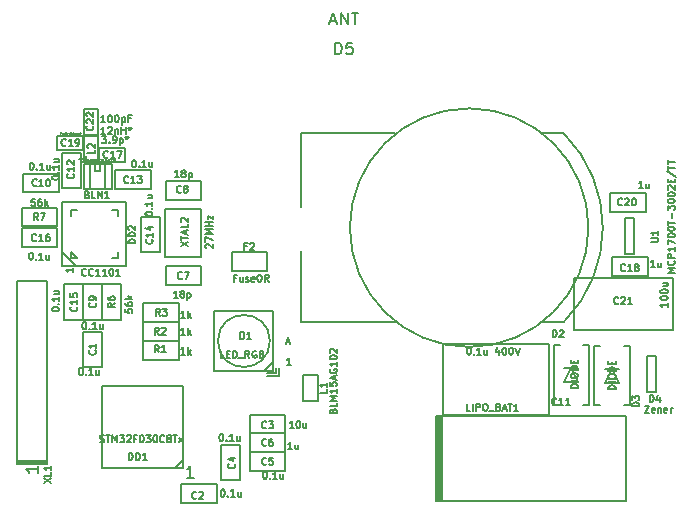
<source format=gto>
G04 #@! TF.GenerationSoftware,KiCad,Pcbnew,(2017-02-02 revision 8dadc18)-makepkg*
G04 #@! TF.CreationDate,2017-11-18T17:45:44+03:00*
G04 #@! TF.ProjectId,BmstuAnchor,426D737475416E63686F722E6B696361,rev?*
G04 #@! TF.FileFunction,Legend,Top*
G04 #@! TF.FilePolarity,Positive*
%FSLAX46Y46*%
G04 Gerber Fmt 4.6, Leading zero omitted, Abs format (unit mm)*
G04 Created by KiCad (PCBNEW (2017-02-02 revision 8dadc18)-makepkg) date 11/18/17 17:45:44*
%MOMM*%
%LPD*%
G01*
G04 APERTURE LIST*
%ADD10C,0.100000*%
%ADD11C,0.150000*%
%ADD12C,0.200660*%
%ADD13C,0.127000*%
%ADD14C,0.149860*%
%ADD15C,0.050000*%
G04 APERTURE END LIST*
D10*
D11*
X110050700Y-118346100D02*
X110050700Y-119446100D01*
X110050700Y-119446100D02*
X108850700Y-119446100D01*
X108850700Y-119446100D02*
X108850700Y-117246100D01*
X108850700Y-117246100D02*
X110050700Y-117246100D01*
X110050700Y-117246100D02*
X110050700Y-118346100D01*
X121400000Y-130200000D02*
X121400000Y-129400000D01*
X121400000Y-129400000D02*
X124400000Y-129400000D01*
X124400000Y-129400000D02*
X124400000Y-131000000D01*
X124400000Y-131000000D02*
X121400000Y-131000000D01*
X121400000Y-131000000D02*
X121400000Y-130200000D01*
X153595800Y-130597500D02*
X153595800Y-129797500D01*
X153595800Y-129797500D02*
X156595800Y-129797500D01*
X156595800Y-129797500D02*
X156595800Y-131397500D01*
X156595800Y-131397500D02*
X153595800Y-131397500D01*
X153595800Y-131397500D02*
X153595800Y-130597500D01*
X158754000Y-135958000D02*
X158754000Y-131558000D01*
X150354000Y-131558000D02*
X150354000Y-135958000D01*
X150354000Y-131558000D02*
X158754000Y-131558000D01*
X150354000Y-135958000D02*
X158754000Y-135958000D01*
X148252000Y-143146000D02*
X139252000Y-143146000D01*
X139252000Y-143146000D02*
X139252000Y-137146000D01*
X148252000Y-137146000D02*
X139252000Y-137146000D01*
X148252000Y-137146000D02*
X148252000Y-143146000D01*
X138859600Y-150226400D02*
X138859600Y-143226400D01*
X138859600Y-150426400D02*
X138859600Y-148826400D01*
X154759600Y-150426400D02*
X138659600Y-150426400D01*
X154759600Y-143226400D02*
X154759600Y-150426400D01*
X138659600Y-150426400D02*
X138659600Y-143226400D01*
X138959600Y-143226400D02*
X138959600Y-150426400D01*
X139159600Y-143226400D02*
X139159600Y-150426400D01*
X139059600Y-150426400D02*
X139059600Y-143226400D01*
X138859600Y-150426400D02*
X138859600Y-148826400D01*
X138859600Y-150426400D02*
X138859600Y-148826400D01*
X138759600Y-143226400D02*
X138759600Y-150426400D01*
X138659600Y-143226400D02*
X154759600Y-143226400D01*
D12*
X155066140Y-142354360D02*
X154565760Y-142354360D01*
X155066140Y-137355640D02*
X155066140Y-142354360D01*
X154565760Y-137355640D02*
X155066140Y-137355640D01*
X152063860Y-137355640D02*
X152564240Y-137355640D01*
X152063860Y-142354360D02*
X152063860Y-137355640D01*
X152564240Y-142354360D02*
X152063860Y-142354360D01*
X152965560Y-140454440D02*
X153565000Y-140454440D01*
X153565000Y-139255560D02*
X152965560Y-140454440D01*
X154164440Y-140454440D02*
X153565000Y-139255560D01*
X153565000Y-140454440D02*
X154164440Y-140454440D01*
X154164440Y-139255560D02*
X152965560Y-139255560D01*
X150728440Y-139179560D02*
X149529560Y-139179560D01*
X150129000Y-140378440D02*
X150728440Y-140378440D01*
X150728440Y-140378440D02*
X150129000Y-139179560D01*
X150129000Y-139179560D02*
X149529560Y-140378440D01*
X149529560Y-140378440D02*
X150129000Y-140378440D01*
X149128240Y-142278360D02*
X148627860Y-142278360D01*
X148627860Y-142278360D02*
X148627860Y-137279640D01*
X148627860Y-137279640D02*
X149128240Y-137279640D01*
X151129760Y-137279640D02*
X151630140Y-137279640D01*
X151630140Y-137279640D02*
X151630140Y-142278360D01*
X151630140Y-142278360D02*
X151129760Y-142278360D01*
D11*
X117250000Y-146950000D02*
X116550000Y-147650000D01*
X113800000Y-147650000D02*
X110350000Y-147650000D01*
X110350000Y-147650000D02*
X110350000Y-140750000D01*
X110350000Y-140750000D02*
X117250000Y-140750000D01*
X117250000Y-140750000D02*
X117250000Y-147650000D01*
X117250000Y-147650000D02*
X113800000Y-147650000D01*
D13*
X157289300Y-138173100D02*
X157289300Y-141221100D01*
X157289300Y-141221100D02*
X156527300Y-141221100D01*
X156527300Y-141221100D02*
X156527300Y-138173100D01*
X156527300Y-138173100D02*
X157289300Y-138173100D01*
D11*
X110170000Y-120534000D02*
X111270000Y-120534000D01*
X110170000Y-121734000D02*
X110170000Y-120534000D01*
X112370000Y-121734000D02*
X110170000Y-121734000D01*
X112370000Y-120534000D02*
X112370000Y-121734000D01*
X111270000Y-120534000D02*
X112370000Y-120534000D01*
X107714000Y-120718000D02*
X106614000Y-120718000D01*
X106614000Y-120718000D02*
X106614000Y-119518000D01*
X106614000Y-119518000D02*
X108814000Y-119518000D01*
X108814000Y-119518000D02*
X108814000Y-120718000D01*
X108814000Y-120718000D02*
X107714000Y-120718000D01*
X106739000Y-123526000D02*
X106739000Y-124326000D01*
X106739000Y-124326000D02*
X103739000Y-124326000D01*
X103739000Y-124326000D02*
X103739000Y-122726000D01*
X103739000Y-122726000D02*
X106739000Y-122726000D01*
X106739000Y-122726000D02*
X106739000Y-123526000D01*
X111500000Y-124050000D02*
X111500000Y-123250000D01*
X114500000Y-124050000D02*
X111500000Y-124050000D01*
X114500000Y-122450000D02*
X114500000Y-124050000D01*
X111500000Y-122450000D02*
X114500000Y-122450000D01*
X111500000Y-123250000D02*
X111500000Y-122450000D01*
X114470000Y-126370000D02*
X115270000Y-126370000D01*
X115270000Y-126370000D02*
X115270000Y-129370000D01*
X115270000Y-129370000D02*
X113670000Y-129370000D01*
X113670000Y-129370000D02*
X113670000Y-126370000D01*
X113670000Y-126370000D02*
X114470000Y-126370000D01*
X107200000Y-132100000D02*
X108000000Y-132100000D01*
X107200000Y-135100000D02*
X107200000Y-132100000D01*
X108800000Y-135100000D02*
X107200000Y-135100000D01*
X108800000Y-132100000D02*
X108800000Y-135100000D01*
X108000000Y-132100000D02*
X108800000Y-132100000D01*
X106600000Y-128100000D02*
X106600000Y-128900000D01*
X106600000Y-128900000D02*
X103600000Y-128900000D01*
X103600000Y-128900000D02*
X103600000Y-127300000D01*
X103600000Y-127300000D02*
X106600000Y-127300000D01*
X106600000Y-127300000D02*
X106600000Y-128100000D01*
X153433300Y-125147800D02*
X153433300Y-124347800D01*
X153433300Y-124347800D02*
X156433300Y-124347800D01*
X156433300Y-124347800D02*
X156433300Y-125947800D01*
X156433300Y-125947800D02*
X153433300Y-125947800D01*
X153433300Y-125947800D02*
X153433300Y-125147800D01*
X108614000Y-123976000D02*
X107814000Y-123976000D01*
X108614000Y-120976000D02*
X108614000Y-123976000D01*
X107014000Y-120976000D02*
X108614000Y-120976000D01*
X107014000Y-123976000D02*
X107014000Y-120976000D01*
X107814000Y-123976000D02*
X107014000Y-123976000D01*
X109600000Y-132100000D02*
X110400000Y-132100000D01*
X110400000Y-132100000D02*
X110400000Y-135100000D01*
X110400000Y-135100000D02*
X108800000Y-135100000D01*
X108800000Y-135100000D02*
X108800000Y-132100000D01*
X108800000Y-132100000D02*
X109600000Y-132100000D01*
X115780000Y-124970000D02*
X115780000Y-124170000D01*
X118780000Y-124970000D02*
X115780000Y-124970000D01*
X118780000Y-123370000D02*
X118780000Y-124970000D01*
X115780000Y-123370000D02*
X118780000Y-123370000D01*
X115780000Y-124170000D02*
X115780000Y-123370000D01*
X118780000Y-131370000D02*
X118780000Y-132170000D01*
X118780000Y-132170000D02*
X115780000Y-132170000D01*
X115780000Y-132170000D02*
X115780000Y-130570000D01*
X115780000Y-130570000D02*
X118780000Y-130570000D01*
X118780000Y-130570000D02*
X118780000Y-131370000D01*
X122900000Y-146300000D02*
X122900000Y-145500000D01*
X125900000Y-146300000D02*
X122900000Y-146300000D01*
X125900000Y-144700000D02*
X125900000Y-146300000D01*
X122900000Y-144700000D02*
X125900000Y-144700000D01*
X122900000Y-145500000D02*
X122900000Y-144700000D01*
X122900000Y-147100000D02*
X122900000Y-146300000D01*
X122900000Y-146300000D02*
X125900000Y-146300000D01*
X125900000Y-146300000D02*
X125900000Y-147900000D01*
X125900000Y-147900000D02*
X122900000Y-147900000D01*
X122900000Y-147900000D02*
X122900000Y-147100000D01*
X120100000Y-149000000D02*
X120100000Y-149800000D01*
X117100000Y-149000000D02*
X120100000Y-149000000D01*
X117100000Y-150600000D02*
X117100000Y-149000000D01*
X120100000Y-150600000D02*
X117100000Y-150600000D01*
X120100000Y-149800000D02*
X120100000Y-150600000D01*
X121300000Y-145700000D02*
X122100000Y-145700000D01*
X122100000Y-145700000D02*
X122100000Y-148700000D01*
X122100000Y-148700000D02*
X120500000Y-148700000D01*
X120500000Y-148700000D02*
X120500000Y-145700000D01*
X120500000Y-145700000D02*
X121300000Y-145700000D01*
X122919100Y-144723600D02*
X122919100Y-143923600D01*
X125919100Y-144723600D02*
X122919100Y-144723600D01*
X125919100Y-143123600D02*
X125919100Y-144723600D01*
X122919100Y-143123600D02*
X125919100Y-143123600D01*
X122919100Y-143923600D02*
X122919100Y-143123600D01*
X109600000Y-139100000D02*
X108800000Y-139100000D01*
X108800000Y-139100000D02*
X108800000Y-136100000D01*
X108800000Y-136100000D02*
X110400000Y-136100000D01*
X110400000Y-136100000D02*
X110400000Y-139100000D01*
X110400000Y-139100000D02*
X109600000Y-139100000D01*
X105770000Y-147050100D02*
X105770000Y-131810100D01*
X103230000Y-131810100D02*
X103230000Y-147050100D01*
X103230000Y-131810100D02*
X105770000Y-131810100D01*
X105770000Y-147050100D02*
X105770000Y-147304100D01*
X105770000Y-147304100D02*
X103230000Y-147304100D01*
X103230000Y-147304100D02*
X103230000Y-147050100D01*
X103230000Y-147050100D02*
X103230000Y-147177100D01*
X103230000Y-147177100D02*
X105770000Y-147177100D01*
X105770000Y-147050100D02*
X103230000Y-147050100D01*
X110092000Y-119526000D02*
X110092000Y-120626000D01*
X108892000Y-119526000D02*
X110092000Y-119526000D01*
X108892000Y-121726000D02*
X108892000Y-119526000D01*
X110092000Y-121726000D02*
X108892000Y-121726000D01*
X110092000Y-120626000D02*
X110092000Y-121726000D01*
X128638500Y-140878500D02*
X128638500Y-141978500D01*
X128638500Y-141978500D02*
X127438500Y-141978500D01*
X127438500Y-141978500D02*
X127438500Y-139778500D01*
X127438500Y-139778500D02*
X128638500Y-139778500D01*
X128638500Y-139778500D02*
X128638500Y-140878500D01*
X149479000Y-119303000D02*
X147679000Y-119303000D01*
X149479000Y-135303000D02*
X147679000Y-135303000D01*
X149479000Y-135303000D02*
G75*
G03X149479000Y-119303000I-8000000J8000000D01*
G01*
X127229000Y-125553000D02*
X127229000Y-119303000D01*
X127229000Y-119303000D02*
X135229000Y-119303000D01*
X127229000Y-129303000D02*
X127229000Y-135303000D01*
X127229000Y-135303000D02*
X135479000Y-135303000D01*
X151579000Y-127303000D02*
G75*
G03X151579000Y-127303000I-10100000J0D01*
G01*
X124150000Y-139400000D02*
X124900000Y-138650000D01*
X125150000Y-139150000D02*
X125150000Y-139650000D01*
X125150000Y-139650000D02*
X124400000Y-139650000D01*
X124400000Y-139900000D02*
X125400000Y-139900000D01*
X125400000Y-139900000D02*
X125400000Y-139150000D01*
D14*
X124599640Y-136900000D02*
G75*
G03X124599640Y-136900000I-2199640J0D01*
G01*
X119900640Y-139399360D02*
X119900640Y-134400640D01*
X119900640Y-134400640D02*
X124899360Y-134400640D01*
X124899360Y-134400640D02*
X124899360Y-139399360D01*
X124899360Y-139399360D02*
X119900640Y-139399360D01*
D11*
X111740000Y-129350000D02*
X111740000Y-129850000D01*
X111740000Y-129850000D02*
X111240000Y-129850000D01*
X111240000Y-125850000D02*
X111740000Y-125850000D01*
X111740000Y-125850000D02*
X111740000Y-126350000D01*
X107740000Y-126350000D02*
X107740000Y-125850000D01*
X107740000Y-125850000D02*
X108240000Y-125850000D01*
X108240000Y-129850000D02*
X107740000Y-129850000D01*
X107740000Y-129850000D02*
X107740000Y-129350000D01*
X107740000Y-129350000D02*
X108240000Y-129850000D01*
X108190000Y-130550000D02*
X107040000Y-129400000D01*
X107040000Y-125150000D02*
X112440000Y-125150000D01*
X112440000Y-125150000D02*
X112440000Y-130550000D01*
X112440000Y-130550000D02*
X107040000Y-130550000D01*
X107040000Y-130550000D02*
X107040000Y-125150000D01*
X115756000Y-129802000D02*
X115756000Y-125738000D01*
X115756000Y-125738000D02*
X118804000Y-125738000D01*
X118804000Y-125738000D02*
X118804000Y-129802000D01*
X118804000Y-129802000D02*
X115756000Y-129802000D01*
X109840000Y-121900000D02*
X109840000Y-122470000D01*
X109840000Y-122470000D02*
X110240000Y-122470000D01*
X110240000Y-122470000D02*
X110240000Y-121900000D01*
X110670000Y-123950000D02*
X110670000Y-121950000D01*
X109410000Y-123950000D02*
X109410000Y-121950000D01*
X108860000Y-124000000D02*
X108860000Y-121900000D01*
X108860000Y-121900000D02*
X111220000Y-121900000D01*
X111220000Y-121900000D02*
X111220000Y-124000000D01*
X111220000Y-124000000D02*
X108860000Y-124000000D01*
X116900000Y-137700000D02*
X116900000Y-138500000D01*
X116900000Y-138500000D02*
X113900000Y-138500000D01*
X113900000Y-138500000D02*
X113900000Y-136900000D01*
X113900000Y-136900000D02*
X116900000Y-136900000D01*
X116900000Y-136900000D02*
X116900000Y-137700000D01*
X116900000Y-135300000D02*
X116900000Y-136100000D01*
X113900000Y-135300000D02*
X116900000Y-135300000D01*
X113900000Y-136900000D02*
X113900000Y-135300000D01*
X116900000Y-136900000D02*
X113900000Y-136900000D01*
X116900000Y-136100000D02*
X116900000Y-136900000D01*
X116900000Y-134500000D02*
X116900000Y-135300000D01*
X116900000Y-135300000D02*
X113900000Y-135300000D01*
X113900000Y-135300000D02*
X113900000Y-133700000D01*
X113900000Y-133700000D02*
X116900000Y-133700000D01*
X116900000Y-133700000D02*
X116900000Y-134500000D01*
X110400000Y-132100000D02*
X111200000Y-132100000D01*
X110400000Y-135100000D02*
X110400000Y-132100000D01*
X112000000Y-135100000D02*
X110400000Y-135100000D01*
X112000000Y-132100000D02*
X112000000Y-135100000D01*
X111200000Y-132100000D02*
X112000000Y-132100000D01*
X106600000Y-126400000D02*
X106600000Y-127200000D01*
X106600000Y-127200000D02*
X103600000Y-127200000D01*
X103600000Y-127200000D02*
X103600000Y-125600000D01*
X103600000Y-125600000D02*
X106600000Y-125600000D01*
X106600000Y-125600000D02*
X106600000Y-126400000D01*
D13*
X155418100Y-126525500D02*
X155418100Y-129573500D01*
X155418100Y-129573500D02*
X154656100Y-129573500D01*
X154656100Y-129573500D02*
X154656100Y-126525500D01*
X154656100Y-126525500D02*
X155418100Y-126525500D01*
D11*
X109614285Y-118685714D02*
X109642857Y-118714285D01*
X109671428Y-118800000D01*
X109671428Y-118857142D01*
X109642857Y-118942857D01*
X109585714Y-119000000D01*
X109528571Y-119028571D01*
X109414285Y-119057142D01*
X109328571Y-119057142D01*
X109214285Y-119028571D01*
X109157142Y-119000000D01*
X109100000Y-118942857D01*
X109071428Y-118857142D01*
X109071428Y-118800000D01*
X109100000Y-118714285D01*
X109128571Y-118685714D01*
X109128571Y-118457142D02*
X109100000Y-118428571D01*
X109071428Y-118371428D01*
X109071428Y-118228571D01*
X109100000Y-118171428D01*
X109128571Y-118142857D01*
X109185714Y-118114285D01*
X109242857Y-118114285D01*
X109328571Y-118142857D01*
X109671428Y-118485714D01*
X109671428Y-118114285D01*
X109128571Y-117885714D02*
X109100000Y-117857142D01*
X109071428Y-117800000D01*
X109071428Y-117657142D01*
X109100000Y-117600000D01*
X109128571Y-117571428D01*
X109185714Y-117542857D01*
X109242857Y-117542857D01*
X109328571Y-117571428D01*
X109671428Y-117914285D01*
X109671428Y-117542857D01*
X110671428Y-118371428D02*
X110328571Y-118371428D01*
X110500000Y-118371428D02*
X110500000Y-117771428D01*
X110442857Y-117857142D01*
X110385714Y-117914285D01*
X110328571Y-117942857D01*
X111042857Y-117771428D02*
X111100000Y-117771428D01*
X111157142Y-117800000D01*
X111185714Y-117828571D01*
X111214285Y-117885714D01*
X111242857Y-118000000D01*
X111242857Y-118142857D01*
X111214285Y-118257142D01*
X111185714Y-118314285D01*
X111157142Y-118342857D01*
X111100000Y-118371428D01*
X111042857Y-118371428D01*
X110985714Y-118342857D01*
X110957142Y-118314285D01*
X110928571Y-118257142D01*
X110900000Y-118142857D01*
X110900000Y-118000000D01*
X110928571Y-117885714D01*
X110957142Y-117828571D01*
X110985714Y-117800000D01*
X111042857Y-117771428D01*
X111614285Y-117771428D02*
X111671428Y-117771428D01*
X111728571Y-117800000D01*
X111757142Y-117828571D01*
X111785714Y-117885714D01*
X111814285Y-118000000D01*
X111814285Y-118142857D01*
X111785714Y-118257142D01*
X111757142Y-118314285D01*
X111728571Y-118342857D01*
X111671428Y-118371428D01*
X111614285Y-118371428D01*
X111557142Y-118342857D01*
X111528571Y-118314285D01*
X111500000Y-118257142D01*
X111471428Y-118142857D01*
X111471428Y-118000000D01*
X111500000Y-117885714D01*
X111528571Y-117828571D01*
X111557142Y-117800000D01*
X111614285Y-117771428D01*
X112071428Y-117971428D02*
X112071428Y-118571428D01*
X112071428Y-118000000D02*
X112128571Y-117971428D01*
X112242857Y-117971428D01*
X112300000Y-118000000D01*
X112328571Y-118028571D01*
X112357142Y-118085714D01*
X112357142Y-118257142D01*
X112328571Y-118314285D01*
X112300000Y-118342857D01*
X112242857Y-118371428D01*
X112128571Y-118371428D01*
X112071428Y-118342857D01*
X112814285Y-118057142D02*
X112614285Y-118057142D01*
X112614285Y-118371428D02*
X112614285Y-117771428D01*
X112900000Y-117771428D01*
X122636500Y-128887142D02*
X122436500Y-128887142D01*
X122436500Y-129201428D02*
X122436500Y-128601428D01*
X122722214Y-128601428D01*
X122922214Y-128658571D02*
X122950785Y-128630000D01*
X123007928Y-128601428D01*
X123150785Y-128601428D01*
X123207928Y-128630000D01*
X123236500Y-128658571D01*
X123265071Y-128715714D01*
X123265071Y-128772857D01*
X123236500Y-128858571D01*
X122893642Y-129201428D01*
X123265071Y-129201428D01*
X121727631Y-131556682D02*
X121527631Y-131556682D01*
X121527631Y-131870968D02*
X121527631Y-131270968D01*
X121813345Y-131270968D01*
X122299060Y-131470968D02*
X122299060Y-131870968D01*
X122041917Y-131470968D02*
X122041917Y-131785254D01*
X122070488Y-131842397D01*
X122127631Y-131870968D01*
X122213345Y-131870968D01*
X122270488Y-131842397D01*
X122299060Y-131813825D01*
X122556202Y-131842397D02*
X122613345Y-131870968D01*
X122727631Y-131870968D01*
X122784774Y-131842397D01*
X122813345Y-131785254D01*
X122813345Y-131756682D01*
X122784774Y-131699540D01*
X122727631Y-131670968D01*
X122641917Y-131670968D01*
X122584774Y-131642397D01*
X122556202Y-131585254D01*
X122556202Y-131556682D01*
X122584774Y-131499540D01*
X122641917Y-131470968D01*
X122727631Y-131470968D01*
X122784774Y-131499540D01*
X123299060Y-131842397D02*
X123241917Y-131870968D01*
X123127631Y-131870968D01*
X123070488Y-131842397D01*
X123041917Y-131785254D01*
X123041917Y-131556682D01*
X123070488Y-131499540D01*
X123127631Y-131470968D01*
X123241917Y-131470968D01*
X123299060Y-131499540D01*
X123327631Y-131556682D01*
X123327631Y-131613825D01*
X123041917Y-131670968D01*
X123699060Y-131270968D02*
X123756202Y-131270968D01*
X123813345Y-131299540D01*
X123841917Y-131328111D01*
X123870488Y-131385254D01*
X123899060Y-131499540D01*
X123899060Y-131642397D01*
X123870488Y-131756682D01*
X123841917Y-131813825D01*
X123813345Y-131842397D01*
X123756202Y-131870968D01*
X123699060Y-131870968D01*
X123641917Y-131842397D01*
X123613345Y-131813825D01*
X123584774Y-131756682D01*
X123556202Y-131642397D01*
X123556202Y-131499540D01*
X123584774Y-131385254D01*
X123613345Y-131328111D01*
X123641917Y-131299540D01*
X123699060Y-131270968D01*
X124499060Y-131870968D02*
X124299060Y-131585254D01*
X124156202Y-131870968D02*
X124156202Y-131270968D01*
X124384774Y-131270968D01*
X124441917Y-131299540D01*
X124470488Y-131328111D01*
X124499060Y-131385254D01*
X124499060Y-131470968D01*
X124470488Y-131528111D01*
X124441917Y-131556682D01*
X124384774Y-131585254D01*
X124156202Y-131585254D01*
X154689085Y-130926785D02*
X154660514Y-130955357D01*
X154574800Y-130983928D01*
X154517657Y-130983928D01*
X154431942Y-130955357D01*
X154374800Y-130898214D01*
X154346228Y-130841071D01*
X154317657Y-130726785D01*
X154317657Y-130641071D01*
X154346228Y-130526785D01*
X154374800Y-130469642D01*
X154431942Y-130412500D01*
X154517657Y-130383928D01*
X154574800Y-130383928D01*
X154660514Y-130412500D01*
X154689085Y-130441071D01*
X155260514Y-130983928D02*
X154917657Y-130983928D01*
X155089085Y-130983928D02*
X155089085Y-130383928D01*
X155031942Y-130469642D01*
X154974800Y-130526785D01*
X154917657Y-130555357D01*
X155603371Y-130641071D02*
X155546228Y-130612500D01*
X155517657Y-130583928D01*
X155489085Y-130526785D01*
X155489085Y-130498214D01*
X155517657Y-130441071D01*
X155546228Y-130412500D01*
X155603371Y-130383928D01*
X155717657Y-130383928D01*
X155774800Y-130412500D01*
X155803371Y-130441071D01*
X155831942Y-130498214D01*
X155831942Y-130526785D01*
X155803371Y-130583928D01*
X155774800Y-130612500D01*
X155717657Y-130641071D01*
X155603371Y-130641071D01*
X155546228Y-130669642D01*
X155517657Y-130698214D01*
X155489085Y-130755357D01*
X155489085Y-130869642D01*
X155517657Y-130926785D01*
X155546228Y-130955357D01*
X155603371Y-130983928D01*
X155717657Y-130983928D01*
X155774800Y-130955357D01*
X155803371Y-130926785D01*
X155831942Y-130869642D01*
X155831942Y-130755357D01*
X155803371Y-130698214D01*
X155774800Y-130669642D01*
X155717657Y-130641071D01*
X157200000Y-130671428D02*
X156857142Y-130671428D01*
X157028571Y-130671428D02*
X157028571Y-130071428D01*
X156971428Y-130157142D01*
X156914285Y-130214285D01*
X156857142Y-130242857D01*
X157714285Y-130271428D02*
X157714285Y-130671428D01*
X157457142Y-130271428D02*
X157457142Y-130585714D01*
X157485714Y-130642857D01*
X157542857Y-130671428D01*
X157628571Y-130671428D01*
X157685714Y-130642857D01*
X157714285Y-130614285D01*
X154114285Y-133714285D02*
X154085714Y-133742857D01*
X154000000Y-133771428D01*
X153942857Y-133771428D01*
X153857142Y-133742857D01*
X153800000Y-133685714D01*
X153771428Y-133628571D01*
X153742857Y-133514285D01*
X153742857Y-133428571D01*
X153771428Y-133314285D01*
X153800000Y-133257142D01*
X153857142Y-133200000D01*
X153942857Y-133171428D01*
X154000000Y-133171428D01*
X154085714Y-133200000D01*
X154114285Y-133228571D01*
X154342857Y-133228571D02*
X154371428Y-133200000D01*
X154428571Y-133171428D01*
X154571428Y-133171428D01*
X154628571Y-133200000D01*
X154657142Y-133228571D01*
X154685714Y-133285714D01*
X154685714Y-133342857D01*
X154657142Y-133428571D01*
X154314285Y-133771428D01*
X154685714Y-133771428D01*
X155257142Y-133771428D02*
X154914285Y-133771428D01*
X155085714Y-133771428D02*
X155085714Y-133171428D01*
X155028571Y-133257142D01*
X154971428Y-133314285D01*
X154914285Y-133342857D01*
X158271428Y-133671428D02*
X158271428Y-134014285D01*
X158271428Y-133842857D02*
X157671428Y-133842857D01*
X157757142Y-133900000D01*
X157814285Y-133957142D01*
X157842857Y-134014285D01*
X157671428Y-133300000D02*
X157671428Y-133242857D01*
X157700000Y-133185714D01*
X157728571Y-133157142D01*
X157785714Y-133128571D01*
X157900000Y-133100000D01*
X158042857Y-133100000D01*
X158157142Y-133128571D01*
X158214285Y-133157142D01*
X158242857Y-133185714D01*
X158271428Y-133242857D01*
X158271428Y-133300000D01*
X158242857Y-133357142D01*
X158214285Y-133385714D01*
X158157142Y-133414285D01*
X158042857Y-133442857D01*
X157900000Y-133442857D01*
X157785714Y-133414285D01*
X157728571Y-133385714D01*
X157700000Y-133357142D01*
X157671428Y-133300000D01*
X157671428Y-132728571D02*
X157671428Y-132671428D01*
X157700000Y-132614285D01*
X157728571Y-132585714D01*
X157785714Y-132557142D01*
X157900000Y-132528571D01*
X158042857Y-132528571D01*
X158157142Y-132557142D01*
X158214285Y-132585714D01*
X158242857Y-132614285D01*
X158271428Y-132671428D01*
X158271428Y-132728571D01*
X158242857Y-132785714D01*
X158214285Y-132814285D01*
X158157142Y-132842857D01*
X158042857Y-132871428D01*
X157900000Y-132871428D01*
X157785714Y-132842857D01*
X157728571Y-132814285D01*
X157700000Y-132785714D01*
X157671428Y-132728571D01*
X157871428Y-132014285D02*
X158271428Y-132014285D01*
X157871428Y-132271428D02*
X158185714Y-132271428D01*
X158242857Y-132242857D01*
X158271428Y-132185714D01*
X158271428Y-132100000D01*
X158242857Y-132042857D01*
X158214285Y-132014285D01*
X148866285Y-142260285D02*
X148837714Y-142288857D01*
X148752000Y-142317428D01*
X148694857Y-142317428D01*
X148609142Y-142288857D01*
X148552000Y-142231714D01*
X148523428Y-142174571D01*
X148494857Y-142060285D01*
X148494857Y-141974571D01*
X148523428Y-141860285D01*
X148552000Y-141803142D01*
X148609142Y-141746000D01*
X148694857Y-141717428D01*
X148752000Y-141717428D01*
X148837714Y-141746000D01*
X148866285Y-141774571D01*
X149437714Y-142317428D02*
X149094857Y-142317428D01*
X149266285Y-142317428D02*
X149266285Y-141717428D01*
X149209142Y-141803142D01*
X149152000Y-141860285D01*
X149094857Y-141888857D01*
X150009142Y-142317428D02*
X149666285Y-142317428D01*
X149837714Y-142317428D02*
X149837714Y-141717428D01*
X149780571Y-141803142D01*
X149723428Y-141860285D01*
X149666285Y-141888857D01*
X141428571Y-137471428D02*
X141485714Y-137471428D01*
X141542857Y-137500000D01*
X141571428Y-137528571D01*
X141600000Y-137585714D01*
X141628571Y-137700000D01*
X141628571Y-137842857D01*
X141600000Y-137957142D01*
X141571428Y-138014285D01*
X141542857Y-138042857D01*
X141485714Y-138071428D01*
X141428571Y-138071428D01*
X141371428Y-138042857D01*
X141342857Y-138014285D01*
X141314285Y-137957142D01*
X141285714Y-137842857D01*
X141285714Y-137700000D01*
X141314285Y-137585714D01*
X141342857Y-137528571D01*
X141371428Y-137500000D01*
X141428571Y-137471428D01*
X141885714Y-138014285D02*
X141914285Y-138042857D01*
X141885714Y-138071428D01*
X141857142Y-138042857D01*
X141885714Y-138014285D01*
X141885714Y-138071428D01*
X142485714Y-138071428D02*
X142142857Y-138071428D01*
X142314285Y-138071428D02*
X142314285Y-137471428D01*
X142257142Y-137557142D01*
X142200000Y-137614285D01*
X142142857Y-137642857D01*
X143000000Y-137671428D02*
X143000000Y-138071428D01*
X142742857Y-137671428D02*
X142742857Y-137985714D01*
X142771428Y-138042857D01*
X142828571Y-138071428D01*
X142914285Y-138071428D01*
X142971428Y-138042857D01*
X143000000Y-138014285D01*
X144000000Y-137671428D02*
X144000000Y-138071428D01*
X143857142Y-137442857D02*
X143714285Y-137871428D01*
X144085714Y-137871428D01*
X144428571Y-137471428D02*
X144485714Y-137471428D01*
X144542857Y-137500000D01*
X144571428Y-137528571D01*
X144600000Y-137585714D01*
X144628571Y-137700000D01*
X144628571Y-137842857D01*
X144600000Y-137957142D01*
X144571428Y-138014285D01*
X144542857Y-138042857D01*
X144485714Y-138071428D01*
X144428571Y-138071428D01*
X144371428Y-138042857D01*
X144342857Y-138014285D01*
X144314285Y-137957142D01*
X144285714Y-137842857D01*
X144285714Y-137700000D01*
X144314285Y-137585714D01*
X144342857Y-137528571D01*
X144371428Y-137500000D01*
X144428571Y-137471428D01*
X145000000Y-137471428D02*
X145057142Y-137471428D01*
X145114285Y-137500000D01*
X145142857Y-137528571D01*
X145171428Y-137585714D01*
X145200000Y-137700000D01*
X145200000Y-137842857D01*
X145171428Y-137957142D01*
X145142857Y-138014285D01*
X145114285Y-138042857D01*
X145057142Y-138071428D01*
X145000000Y-138071428D01*
X144942857Y-138042857D01*
X144914285Y-138014285D01*
X144885714Y-137957142D01*
X144857142Y-137842857D01*
X144857142Y-137700000D01*
X144885714Y-137585714D01*
X144914285Y-137528571D01*
X144942857Y-137500000D01*
X145000000Y-137471428D01*
X145371428Y-137471428D02*
X145571428Y-138071428D01*
X145771428Y-137471428D01*
X141588171Y-142797828D02*
X141302457Y-142797828D01*
X141302457Y-142197828D01*
X141788171Y-142797828D02*
X141788171Y-142197828D01*
X142073885Y-142797828D02*
X142073885Y-142197828D01*
X142302457Y-142197828D01*
X142359600Y-142226400D01*
X142388171Y-142254971D01*
X142416742Y-142312114D01*
X142416742Y-142397828D01*
X142388171Y-142454971D01*
X142359600Y-142483542D01*
X142302457Y-142512114D01*
X142073885Y-142512114D01*
X142788171Y-142197828D02*
X142902457Y-142197828D01*
X142959600Y-142226400D01*
X143016742Y-142283542D01*
X143045314Y-142397828D01*
X143045314Y-142597828D01*
X143016742Y-142712114D01*
X142959600Y-142769257D01*
X142902457Y-142797828D01*
X142788171Y-142797828D01*
X142731028Y-142769257D01*
X142673885Y-142712114D01*
X142645314Y-142597828D01*
X142645314Y-142397828D01*
X142673885Y-142283542D01*
X142731028Y-142226400D01*
X142788171Y-142197828D01*
X143159600Y-142854971D02*
X143616742Y-142854971D01*
X143959600Y-142483542D02*
X144045314Y-142512114D01*
X144073885Y-142540685D01*
X144102457Y-142597828D01*
X144102457Y-142683542D01*
X144073885Y-142740685D01*
X144045314Y-142769257D01*
X143988171Y-142797828D01*
X143759600Y-142797828D01*
X143759600Y-142197828D01*
X143959600Y-142197828D01*
X144016742Y-142226400D01*
X144045314Y-142254971D01*
X144073885Y-142312114D01*
X144073885Y-142369257D01*
X144045314Y-142426400D01*
X144016742Y-142454971D01*
X143959600Y-142483542D01*
X143759600Y-142483542D01*
X144331028Y-142626400D02*
X144616742Y-142626400D01*
X144273885Y-142797828D02*
X144473885Y-142197828D01*
X144673885Y-142797828D01*
X144788171Y-142197828D02*
X145131028Y-142197828D01*
X144959600Y-142797828D02*
X144959600Y-142197828D01*
X145645314Y-142797828D02*
X145302457Y-142797828D01*
X145473885Y-142797828D02*
X145473885Y-142197828D01*
X145416742Y-142283542D01*
X145359600Y-142340685D01*
X145302457Y-142369257D01*
D14*
X155871175Y-142442443D02*
X155271735Y-142442443D01*
X155271735Y-142299720D01*
X155300280Y-142214085D01*
X155357369Y-142156996D01*
X155414459Y-142128451D01*
X155528638Y-142099906D01*
X155614272Y-142099906D01*
X155728451Y-142128451D01*
X155785540Y-142156996D01*
X155842630Y-142214085D01*
X155871175Y-142299720D01*
X155871175Y-142442443D01*
X155271735Y-141900093D02*
X155271735Y-141529011D01*
X155500093Y-141728824D01*
X155500093Y-141643190D01*
X155528638Y-141586100D01*
X155557182Y-141557556D01*
X155614272Y-141529011D01*
X155756996Y-141529011D01*
X155814085Y-141557556D01*
X155842630Y-141586100D01*
X155871175Y-141643190D01*
X155871175Y-141814459D01*
X155842630Y-141871548D01*
X155814085Y-141900093D01*
X153871175Y-140984607D02*
X153271735Y-140984607D01*
X153271735Y-140841883D01*
X153300280Y-140756249D01*
X153357369Y-140699160D01*
X153414459Y-140670615D01*
X153528638Y-140642070D01*
X153614272Y-140642070D01*
X153728451Y-140670615D01*
X153785540Y-140699160D01*
X153842630Y-140756249D01*
X153871175Y-140841883D01*
X153871175Y-140984607D01*
X153871175Y-140385167D02*
X153271735Y-140385167D01*
X153271735Y-139985540D02*
X153271735Y-139871361D01*
X153300280Y-139814272D01*
X153357369Y-139757182D01*
X153471548Y-139728638D01*
X153671361Y-139728638D01*
X153785540Y-139757182D01*
X153842630Y-139814272D01*
X153871175Y-139871361D01*
X153871175Y-139985540D01*
X153842630Y-140042630D01*
X153785540Y-140099720D01*
X153671361Y-140128264D01*
X153471548Y-140128264D01*
X153357369Y-140099720D01*
X153300280Y-140042630D01*
X153271735Y-139985540D01*
X153871175Y-139471735D02*
X153271735Y-139471735D01*
X153271735Y-139329011D01*
X153300280Y-139243377D01*
X153357369Y-139186287D01*
X153414459Y-139157742D01*
X153528638Y-139129198D01*
X153614272Y-139129198D01*
X153728451Y-139157742D01*
X153785540Y-139186287D01*
X153842630Y-139243377D01*
X153871175Y-139329011D01*
X153871175Y-139471735D01*
X153557182Y-138872295D02*
X153557182Y-138672481D01*
X153871175Y-138586847D02*
X153871175Y-138872295D01*
X153271735Y-138872295D01*
X153271735Y-138586847D01*
X148557556Y-136571175D02*
X148557556Y-135971735D01*
X148700280Y-135971735D01*
X148785914Y-136000280D01*
X148843003Y-136057369D01*
X148871548Y-136114459D01*
X148900093Y-136228638D01*
X148900093Y-136314272D01*
X148871548Y-136428451D01*
X148843003Y-136485540D01*
X148785914Y-136542630D01*
X148700280Y-136571175D01*
X148557556Y-136571175D01*
X149128451Y-136028824D02*
X149156996Y-136000280D01*
X149214085Y-135971735D01*
X149356809Y-135971735D01*
X149413899Y-136000280D01*
X149442443Y-136028824D01*
X149470988Y-136085914D01*
X149470988Y-136143003D01*
X149442443Y-136228638D01*
X149099906Y-136571175D01*
X149470988Y-136571175D01*
X150671175Y-140884607D02*
X150071735Y-140884607D01*
X150071735Y-140741883D01*
X150100280Y-140656249D01*
X150157369Y-140599160D01*
X150214459Y-140570615D01*
X150328638Y-140542070D01*
X150414272Y-140542070D01*
X150528451Y-140570615D01*
X150585540Y-140599160D01*
X150642630Y-140656249D01*
X150671175Y-140741883D01*
X150671175Y-140884607D01*
X150671175Y-140285167D02*
X150071735Y-140285167D01*
X150071735Y-139885540D02*
X150071735Y-139771361D01*
X150100280Y-139714272D01*
X150157369Y-139657182D01*
X150271548Y-139628638D01*
X150471361Y-139628638D01*
X150585540Y-139657182D01*
X150642630Y-139714272D01*
X150671175Y-139771361D01*
X150671175Y-139885540D01*
X150642630Y-139942630D01*
X150585540Y-139999720D01*
X150471361Y-140028264D01*
X150271548Y-140028264D01*
X150157369Y-139999720D01*
X150100280Y-139942630D01*
X150071735Y-139885540D01*
X150671175Y-139371735D02*
X150071735Y-139371735D01*
X150071735Y-139229011D01*
X150100280Y-139143377D01*
X150157369Y-139086287D01*
X150214459Y-139057742D01*
X150328638Y-139029198D01*
X150414272Y-139029198D01*
X150528451Y-139057742D01*
X150585540Y-139086287D01*
X150642630Y-139143377D01*
X150671175Y-139229011D01*
X150671175Y-139371735D01*
X150357182Y-138772295D02*
X150357182Y-138572481D01*
X150671175Y-138486847D02*
X150671175Y-138772295D01*
X150071735Y-138772295D01*
X150071735Y-138486847D01*
X112659056Y-146970535D02*
X112659056Y-146371095D01*
X112801780Y-146371095D01*
X112887414Y-146399640D01*
X112944503Y-146456729D01*
X112973048Y-146513819D01*
X113001593Y-146627998D01*
X113001593Y-146713632D01*
X112973048Y-146827811D01*
X112944503Y-146884900D01*
X112887414Y-146941990D01*
X112801780Y-146970535D01*
X112659056Y-146970535D01*
X113258496Y-146970535D02*
X113258496Y-146371095D01*
X113401220Y-146371095D01*
X113486854Y-146399640D01*
X113543943Y-146456729D01*
X113572488Y-146513819D01*
X113601033Y-146627998D01*
X113601033Y-146713632D01*
X113572488Y-146827811D01*
X113543943Y-146884900D01*
X113486854Y-146941990D01*
X113401220Y-146970535D01*
X113258496Y-146970535D01*
X114171928Y-146970535D02*
X113829391Y-146970535D01*
X114000660Y-146970535D02*
X114000660Y-146371095D01*
X113943570Y-146456729D01*
X113886480Y-146513819D01*
X113829391Y-146542363D01*
X110217539Y-145442630D02*
X110303173Y-145471175D01*
X110445897Y-145471175D01*
X110502986Y-145442630D01*
X110531531Y-145414085D01*
X110560076Y-145356996D01*
X110560076Y-145299906D01*
X110531531Y-145242817D01*
X110502986Y-145214272D01*
X110445897Y-145185727D01*
X110331718Y-145157182D01*
X110274628Y-145128638D01*
X110246083Y-145100093D01*
X110217539Y-145043003D01*
X110217539Y-144985914D01*
X110246083Y-144928824D01*
X110274628Y-144900280D01*
X110331718Y-144871735D01*
X110474441Y-144871735D01*
X110560076Y-144900280D01*
X110731344Y-144871735D02*
X111073881Y-144871735D01*
X110902613Y-145471175D02*
X110902613Y-144871735D01*
X111273695Y-145471175D02*
X111273695Y-144871735D01*
X111473508Y-145299906D01*
X111673321Y-144871735D01*
X111673321Y-145471175D01*
X111901680Y-144871735D02*
X112272761Y-144871735D01*
X112072948Y-145100093D01*
X112158582Y-145100093D01*
X112215672Y-145128638D01*
X112244217Y-145157182D01*
X112272761Y-145214272D01*
X112272761Y-145356996D01*
X112244217Y-145414085D01*
X112215672Y-145442630D01*
X112158582Y-145471175D01*
X111987314Y-145471175D01*
X111930224Y-145442630D01*
X111901680Y-145414085D01*
X112501120Y-144928824D02*
X112529664Y-144900280D01*
X112586754Y-144871735D01*
X112729478Y-144871735D01*
X112786567Y-144900280D01*
X112815112Y-144928824D01*
X112843657Y-144985914D01*
X112843657Y-145043003D01*
X112815112Y-145128638D01*
X112472575Y-145471175D01*
X112843657Y-145471175D01*
X113300373Y-145157182D02*
X113100560Y-145157182D01*
X113100560Y-145471175D02*
X113100560Y-144871735D01*
X113386007Y-144871735D01*
X113728544Y-144871735D02*
X113785634Y-144871735D01*
X113842723Y-144900280D01*
X113871268Y-144928824D01*
X113899813Y-144985914D01*
X113928358Y-145100093D01*
X113928358Y-145242817D01*
X113899813Y-145356996D01*
X113871268Y-145414085D01*
X113842723Y-145442630D01*
X113785634Y-145471175D01*
X113728544Y-145471175D01*
X113671455Y-145442630D01*
X113642910Y-145414085D01*
X113614365Y-145356996D01*
X113585820Y-145242817D01*
X113585820Y-145100093D01*
X113614365Y-144985914D01*
X113642910Y-144928824D01*
X113671455Y-144900280D01*
X113728544Y-144871735D01*
X114128171Y-144871735D02*
X114499253Y-144871735D01*
X114299440Y-145100093D01*
X114385074Y-145100093D01*
X114442163Y-145128638D01*
X114470708Y-145157182D01*
X114499253Y-145214272D01*
X114499253Y-145356996D01*
X114470708Y-145414085D01*
X114442163Y-145442630D01*
X114385074Y-145471175D01*
X114213805Y-145471175D01*
X114156716Y-145442630D01*
X114128171Y-145414085D01*
X114870335Y-144871735D02*
X114927424Y-144871735D01*
X114984514Y-144900280D01*
X115013059Y-144928824D01*
X115041603Y-144985914D01*
X115070148Y-145100093D01*
X115070148Y-145242817D01*
X115041603Y-145356996D01*
X115013059Y-145414085D01*
X114984514Y-145442630D01*
X114927424Y-145471175D01*
X114870335Y-145471175D01*
X114813245Y-145442630D01*
X114784700Y-145414085D01*
X114756156Y-145356996D01*
X114727611Y-145242817D01*
X114727611Y-145100093D01*
X114756156Y-144985914D01*
X114784700Y-144928824D01*
X114813245Y-144900280D01*
X114870335Y-144871735D01*
X115669588Y-145414085D02*
X115641043Y-145442630D01*
X115555409Y-145471175D01*
X115498320Y-145471175D01*
X115412685Y-145442630D01*
X115355596Y-145385540D01*
X115327051Y-145328451D01*
X115298506Y-145214272D01*
X115298506Y-145128638D01*
X115327051Y-145014459D01*
X115355596Y-144957369D01*
X115412685Y-144900280D01*
X115498320Y-144871735D01*
X115555409Y-144871735D01*
X115641043Y-144900280D01*
X115669588Y-144928824D01*
X116012125Y-145128638D02*
X115955036Y-145100093D01*
X115926491Y-145071548D01*
X115897946Y-145014459D01*
X115897946Y-144985914D01*
X115926491Y-144928824D01*
X115955036Y-144900280D01*
X116012125Y-144871735D01*
X116126304Y-144871735D01*
X116183394Y-144900280D01*
X116211939Y-144928824D01*
X116240483Y-144985914D01*
X116240483Y-145014459D01*
X116211939Y-145071548D01*
X116183394Y-145100093D01*
X116126304Y-145128638D01*
X116012125Y-145128638D01*
X115955036Y-145157182D01*
X115926491Y-145185727D01*
X115897946Y-145242817D01*
X115897946Y-145356996D01*
X115926491Y-145414085D01*
X115955036Y-145442630D01*
X116012125Y-145471175D01*
X116126304Y-145471175D01*
X116183394Y-145442630D01*
X116211939Y-145414085D01*
X116240483Y-145356996D01*
X116240483Y-145242817D01*
X116211939Y-145185727D01*
X116183394Y-145157182D01*
X116126304Y-145128638D01*
X116411752Y-144871735D02*
X116754289Y-144871735D01*
X116583020Y-145471175D02*
X116583020Y-144871735D01*
X116897013Y-145471175D02*
X117211005Y-145071548D01*
X116897013Y-145071548D02*
X117211005Y-145471175D01*
D11*
X118149714Y-148462380D02*
X117578285Y-148462380D01*
X117864000Y-148462380D02*
X117864000Y-147462380D01*
X117768761Y-147605238D01*
X117673523Y-147700476D01*
X117578285Y-147748095D01*
X156757142Y-142071428D02*
X156757142Y-141471428D01*
X156900000Y-141471428D01*
X156985714Y-141500000D01*
X157042857Y-141557142D01*
X157071428Y-141614285D01*
X157100000Y-141728571D01*
X157100000Y-141814285D01*
X157071428Y-141928571D01*
X157042857Y-141985714D01*
X156985714Y-142042857D01*
X156900000Y-142071428D01*
X156757142Y-142071428D01*
X157614285Y-141671428D02*
X157614285Y-142071428D01*
X157471428Y-141442857D02*
X157328571Y-141871428D01*
X157700000Y-141871428D01*
D14*
X156329664Y-142371735D02*
X156729291Y-142371735D01*
X156329664Y-142971175D01*
X156729291Y-142971175D01*
X157186007Y-142942630D02*
X157128918Y-142971175D01*
X157014739Y-142971175D01*
X156957649Y-142942630D01*
X156929104Y-142885540D01*
X156929104Y-142657182D01*
X156957649Y-142600093D01*
X157014739Y-142571548D01*
X157128918Y-142571548D01*
X157186007Y-142600093D01*
X157214552Y-142657182D01*
X157214552Y-142714272D01*
X156929104Y-142771361D01*
X157471455Y-142571548D02*
X157471455Y-142971175D01*
X157471455Y-142628638D02*
X157500000Y-142600093D01*
X157557089Y-142571548D01*
X157642723Y-142571548D01*
X157699813Y-142600093D01*
X157728358Y-142657182D01*
X157728358Y-142971175D01*
X158242163Y-142942630D02*
X158185074Y-142971175D01*
X158070895Y-142971175D01*
X158013805Y-142942630D01*
X157985260Y-142885540D01*
X157985260Y-142657182D01*
X158013805Y-142600093D01*
X158070895Y-142571548D01*
X158185074Y-142571548D01*
X158242163Y-142600093D01*
X158270708Y-142657182D01*
X158270708Y-142714272D01*
X157985260Y-142771361D01*
X158527611Y-142971175D02*
X158527611Y-142571548D01*
X158527611Y-142685727D02*
X158556156Y-142628638D01*
X158584700Y-142600093D01*
X158641790Y-142571548D01*
X158698880Y-142571548D01*
D11*
X130115004Y-112627580D02*
X130115004Y-111627580D01*
X130353100Y-111627580D01*
X130495957Y-111675200D01*
X130591195Y-111770438D01*
X130638814Y-111865676D01*
X130686433Y-112056152D01*
X130686433Y-112199009D01*
X130638814Y-112389485D01*
X130591195Y-112484723D01*
X130495957Y-112579961D01*
X130353100Y-112627580D01*
X130115004Y-112627580D01*
X131591195Y-111627580D02*
X131115004Y-111627580D01*
X131067385Y-112103771D01*
X131115004Y-112056152D01*
X131210242Y-112008533D01*
X131448338Y-112008533D01*
X131543576Y-112056152D01*
X131591195Y-112103771D01*
X131638814Y-112199009D01*
X131638814Y-112437104D01*
X131591195Y-112532342D01*
X131543576Y-112579961D01*
X131448338Y-112627580D01*
X131210242Y-112627580D01*
X131115004Y-112579961D01*
X131067385Y-112532342D01*
X129710242Y-109801866D02*
X130186433Y-109801866D01*
X129615004Y-110087580D02*
X129948338Y-109087580D01*
X130281671Y-110087580D01*
X130615004Y-110087580D02*
X130615004Y-109087580D01*
X131186433Y-110087580D01*
X131186433Y-109087580D01*
X131519766Y-109087580D02*
X132091195Y-109087580D01*
X131805480Y-110087580D02*
X131805480Y-109087580D01*
X110884285Y-121348285D02*
X110855714Y-121376857D01*
X110770000Y-121405428D01*
X110712857Y-121405428D01*
X110627142Y-121376857D01*
X110570000Y-121319714D01*
X110541428Y-121262571D01*
X110512857Y-121148285D01*
X110512857Y-121062571D01*
X110541428Y-120948285D01*
X110570000Y-120891142D01*
X110627142Y-120834000D01*
X110712857Y-120805428D01*
X110770000Y-120805428D01*
X110855714Y-120834000D01*
X110884285Y-120862571D01*
X111455714Y-121405428D02*
X111112857Y-121405428D01*
X111284285Y-121405428D02*
X111284285Y-120805428D01*
X111227142Y-120891142D01*
X111170000Y-120948285D01*
X111112857Y-120976857D01*
X111655714Y-120805428D02*
X112055714Y-120805428D01*
X111798571Y-121405428D01*
X110395428Y-119535428D02*
X110766857Y-119535428D01*
X110566857Y-119764000D01*
X110652571Y-119764000D01*
X110709714Y-119792571D01*
X110738285Y-119821142D01*
X110766857Y-119878285D01*
X110766857Y-120021142D01*
X110738285Y-120078285D01*
X110709714Y-120106857D01*
X110652571Y-120135428D01*
X110481142Y-120135428D01*
X110424000Y-120106857D01*
X110395428Y-120078285D01*
X111024000Y-120078285D02*
X111052571Y-120106857D01*
X111024000Y-120135428D01*
X110995428Y-120106857D01*
X111024000Y-120078285D01*
X111024000Y-120135428D01*
X111338285Y-120135428D02*
X111452571Y-120135428D01*
X111509714Y-120106857D01*
X111538285Y-120078285D01*
X111595428Y-119992571D01*
X111624000Y-119878285D01*
X111624000Y-119649714D01*
X111595428Y-119592571D01*
X111566857Y-119564000D01*
X111509714Y-119535428D01*
X111395428Y-119535428D01*
X111338285Y-119564000D01*
X111309714Y-119592571D01*
X111281142Y-119649714D01*
X111281142Y-119792571D01*
X111309714Y-119849714D01*
X111338285Y-119878285D01*
X111395428Y-119906857D01*
X111509714Y-119906857D01*
X111566857Y-119878285D01*
X111595428Y-119849714D01*
X111624000Y-119792571D01*
X111881142Y-119735428D02*
X111881142Y-120335428D01*
X111881142Y-119764000D02*
X111938285Y-119735428D01*
X112052571Y-119735428D01*
X112109714Y-119764000D01*
X112138285Y-119792571D01*
X112166857Y-119849714D01*
X112166857Y-120021142D01*
X112138285Y-120078285D01*
X112109714Y-120106857D01*
X112052571Y-120135428D01*
X111938285Y-120135428D01*
X111881142Y-120106857D01*
X112509714Y-119535428D02*
X112509714Y-119678285D01*
X112366857Y-119621142D02*
X112509714Y-119678285D01*
X112652571Y-119621142D01*
X112424000Y-119792571D02*
X112509714Y-119678285D01*
X112595428Y-119792571D01*
X107328285Y-120332285D02*
X107299714Y-120360857D01*
X107214000Y-120389428D01*
X107156857Y-120389428D01*
X107071142Y-120360857D01*
X107014000Y-120303714D01*
X106985428Y-120246571D01*
X106956857Y-120132285D01*
X106956857Y-120046571D01*
X106985428Y-119932285D01*
X107014000Y-119875142D01*
X107071142Y-119818000D01*
X107156857Y-119789428D01*
X107214000Y-119789428D01*
X107299714Y-119818000D01*
X107328285Y-119846571D01*
X107899714Y-120389428D02*
X107556857Y-120389428D01*
X107728285Y-120389428D02*
X107728285Y-119789428D01*
X107671142Y-119875142D01*
X107614000Y-119932285D01*
X107556857Y-119960857D01*
X108185428Y-120389428D02*
X108299714Y-120389428D01*
X108356857Y-120360857D01*
X108385428Y-120332285D01*
X108442571Y-120246571D01*
X108471142Y-120132285D01*
X108471142Y-119903714D01*
X108442571Y-119846571D01*
X108414000Y-119818000D01*
X108356857Y-119789428D01*
X108242571Y-119789428D01*
X108185428Y-119818000D01*
X108156857Y-119846571D01*
X108128285Y-119903714D01*
X108128285Y-120046571D01*
X108156857Y-120103714D01*
X108185428Y-120132285D01*
X108242571Y-120160857D01*
X108356857Y-120160857D01*
X108414000Y-120132285D01*
X108442571Y-120103714D01*
X108471142Y-120046571D01*
D15*
X106875904Y-119446476D02*
X106875904Y-119246476D01*
X106923523Y-119246476D01*
X106952095Y-119256000D01*
X106971142Y-119275047D01*
X106980666Y-119294095D01*
X106990190Y-119332190D01*
X106990190Y-119360761D01*
X106980666Y-119398857D01*
X106971142Y-119417904D01*
X106952095Y-119436952D01*
X106923523Y-119446476D01*
X106875904Y-119446476D01*
X107104476Y-119446476D02*
X107085428Y-119436952D01*
X107075904Y-119427428D01*
X107066380Y-119408380D01*
X107066380Y-119351238D01*
X107075904Y-119332190D01*
X107085428Y-119322666D01*
X107104476Y-119313142D01*
X107133047Y-119313142D01*
X107152095Y-119322666D01*
X107161619Y-119332190D01*
X107171142Y-119351238D01*
X107171142Y-119408380D01*
X107161619Y-119427428D01*
X107152095Y-119436952D01*
X107133047Y-119446476D01*
X107104476Y-119446476D01*
X107256857Y-119446476D02*
X107256857Y-119246476D01*
X107371142Y-119446476D01*
X107371142Y-119246476D01*
X107494952Y-119446476D02*
X107475904Y-119436952D01*
X107466380Y-119427428D01*
X107456857Y-119408380D01*
X107456857Y-119351238D01*
X107466380Y-119332190D01*
X107475904Y-119322666D01*
X107494952Y-119313142D01*
X107523523Y-119313142D01*
X107542571Y-119322666D01*
X107552095Y-119332190D01*
X107561619Y-119351238D01*
X107561619Y-119408380D01*
X107552095Y-119427428D01*
X107542571Y-119436952D01*
X107523523Y-119446476D01*
X107494952Y-119446476D01*
X107618761Y-119313142D02*
X107694952Y-119313142D01*
X107647333Y-119246476D02*
X107647333Y-119417904D01*
X107656857Y-119436952D01*
X107675904Y-119446476D01*
X107694952Y-119446476D01*
X107761619Y-119446476D02*
X107761619Y-119246476D01*
X107828285Y-119389333D01*
X107894952Y-119246476D01*
X107894952Y-119446476D01*
X108018761Y-119446476D02*
X107999714Y-119436952D01*
X107990190Y-119427428D01*
X107980666Y-119408380D01*
X107980666Y-119351238D01*
X107990190Y-119332190D01*
X107999714Y-119322666D01*
X108018761Y-119313142D01*
X108047333Y-119313142D01*
X108066380Y-119322666D01*
X108075904Y-119332190D01*
X108085428Y-119351238D01*
X108085428Y-119408380D01*
X108075904Y-119427428D01*
X108066380Y-119436952D01*
X108047333Y-119446476D01*
X108018761Y-119446476D01*
X108256857Y-119313142D02*
X108256857Y-119446476D01*
X108171142Y-119313142D02*
X108171142Y-119417904D01*
X108180666Y-119436952D01*
X108199714Y-119446476D01*
X108228285Y-119446476D01*
X108247333Y-119436952D01*
X108256857Y-119427428D01*
X108352095Y-119313142D02*
X108352095Y-119446476D01*
X108352095Y-119332190D02*
X108361619Y-119322666D01*
X108380666Y-119313142D01*
X108409238Y-119313142D01*
X108428285Y-119322666D01*
X108437809Y-119341714D01*
X108437809Y-119446476D01*
X108504476Y-119313142D02*
X108580666Y-119313142D01*
X108533047Y-119246476D02*
X108533047Y-119417904D01*
X108542571Y-119436952D01*
X108561619Y-119446476D01*
X108580666Y-119446476D01*
D11*
X104853285Y-123740285D02*
X104824714Y-123768857D01*
X104739000Y-123797428D01*
X104681857Y-123797428D01*
X104596142Y-123768857D01*
X104539000Y-123711714D01*
X104510428Y-123654571D01*
X104481857Y-123540285D01*
X104481857Y-123454571D01*
X104510428Y-123340285D01*
X104539000Y-123283142D01*
X104596142Y-123226000D01*
X104681857Y-123197428D01*
X104739000Y-123197428D01*
X104824714Y-123226000D01*
X104853285Y-123254571D01*
X105424714Y-123797428D02*
X105081857Y-123797428D01*
X105253285Y-123797428D02*
X105253285Y-123197428D01*
X105196142Y-123283142D01*
X105139000Y-123340285D01*
X105081857Y-123368857D01*
X105796142Y-123197428D02*
X105853285Y-123197428D01*
X105910428Y-123226000D01*
X105939000Y-123254571D01*
X105967571Y-123311714D01*
X105996142Y-123426000D01*
X105996142Y-123568857D01*
X105967571Y-123683142D01*
X105939000Y-123740285D01*
X105910428Y-123768857D01*
X105853285Y-123797428D01*
X105796142Y-123797428D01*
X105739000Y-123768857D01*
X105710428Y-123740285D01*
X105681857Y-123683142D01*
X105653285Y-123568857D01*
X105653285Y-123426000D01*
X105681857Y-123311714D01*
X105710428Y-123254571D01*
X105739000Y-123226000D01*
X105796142Y-123197428D01*
X104411368Y-121797888D02*
X104468511Y-121797888D01*
X104525654Y-121826460D01*
X104554225Y-121855031D01*
X104582797Y-121912174D01*
X104611368Y-122026460D01*
X104611368Y-122169317D01*
X104582797Y-122283602D01*
X104554225Y-122340745D01*
X104525654Y-122369317D01*
X104468511Y-122397888D01*
X104411368Y-122397888D01*
X104354225Y-122369317D01*
X104325654Y-122340745D01*
X104297082Y-122283602D01*
X104268511Y-122169317D01*
X104268511Y-122026460D01*
X104297082Y-121912174D01*
X104325654Y-121855031D01*
X104354225Y-121826460D01*
X104411368Y-121797888D01*
X104868511Y-122340745D02*
X104897082Y-122369317D01*
X104868511Y-122397888D01*
X104839940Y-122369317D01*
X104868511Y-122340745D01*
X104868511Y-122397888D01*
X105468511Y-122397888D02*
X105125654Y-122397888D01*
X105297082Y-122397888D02*
X105297082Y-121797888D01*
X105239940Y-121883602D01*
X105182797Y-121940745D01*
X105125654Y-121969317D01*
X105982797Y-121997888D02*
X105982797Y-122397888D01*
X105725654Y-121997888D02*
X105725654Y-122312174D01*
X105754225Y-122369317D01*
X105811368Y-122397888D01*
X105897082Y-122397888D01*
X105954225Y-122369317D01*
X105982797Y-122340745D01*
X112624285Y-123474285D02*
X112595714Y-123502857D01*
X112510000Y-123531428D01*
X112452857Y-123531428D01*
X112367142Y-123502857D01*
X112310000Y-123445714D01*
X112281428Y-123388571D01*
X112252857Y-123274285D01*
X112252857Y-123188571D01*
X112281428Y-123074285D01*
X112310000Y-123017142D01*
X112367142Y-122960000D01*
X112452857Y-122931428D01*
X112510000Y-122931428D01*
X112595714Y-122960000D01*
X112624285Y-122988571D01*
X113195714Y-123531428D02*
X112852857Y-123531428D01*
X113024285Y-123531428D02*
X113024285Y-122931428D01*
X112967142Y-123017142D01*
X112910000Y-123074285D01*
X112852857Y-123102857D01*
X113395714Y-122931428D02*
X113767142Y-122931428D01*
X113567142Y-123160000D01*
X113652857Y-123160000D01*
X113710000Y-123188571D01*
X113738571Y-123217142D01*
X113767142Y-123274285D01*
X113767142Y-123417142D01*
X113738571Y-123474285D01*
X113710000Y-123502857D01*
X113652857Y-123531428D01*
X113481428Y-123531428D01*
X113424285Y-123502857D01*
X113395714Y-123474285D01*
X113081428Y-121567428D02*
X113138571Y-121567428D01*
X113195714Y-121596000D01*
X113224285Y-121624571D01*
X113252857Y-121681714D01*
X113281428Y-121796000D01*
X113281428Y-121938857D01*
X113252857Y-122053142D01*
X113224285Y-122110285D01*
X113195714Y-122138857D01*
X113138571Y-122167428D01*
X113081428Y-122167428D01*
X113024285Y-122138857D01*
X112995714Y-122110285D01*
X112967142Y-122053142D01*
X112938571Y-121938857D01*
X112938571Y-121796000D01*
X112967142Y-121681714D01*
X112995714Y-121624571D01*
X113024285Y-121596000D01*
X113081428Y-121567428D01*
X113538571Y-122110285D02*
X113567142Y-122138857D01*
X113538571Y-122167428D01*
X113510000Y-122138857D01*
X113538571Y-122110285D01*
X113538571Y-122167428D01*
X114138571Y-122167428D02*
X113795714Y-122167428D01*
X113967142Y-122167428D02*
X113967142Y-121567428D01*
X113910000Y-121653142D01*
X113852857Y-121710285D01*
X113795714Y-121738857D01*
X114652857Y-121767428D02*
X114652857Y-122167428D01*
X114395714Y-121767428D02*
X114395714Y-122081714D01*
X114424285Y-122138857D01*
X114481428Y-122167428D01*
X114567142Y-122167428D01*
X114624285Y-122138857D01*
X114652857Y-122110285D01*
X114624285Y-128295714D02*
X114652857Y-128324285D01*
X114681428Y-128410000D01*
X114681428Y-128467142D01*
X114652857Y-128552857D01*
X114595714Y-128610000D01*
X114538571Y-128638571D01*
X114424285Y-128667142D01*
X114338571Y-128667142D01*
X114224285Y-128638571D01*
X114167142Y-128610000D01*
X114110000Y-128552857D01*
X114081428Y-128467142D01*
X114081428Y-128410000D01*
X114110000Y-128324285D01*
X114138571Y-128295714D01*
X114681428Y-127724285D02*
X114681428Y-128067142D01*
X114681428Y-127895714D02*
X114081428Y-127895714D01*
X114167142Y-127952857D01*
X114224285Y-128010000D01*
X114252857Y-128067142D01*
X114281428Y-127210000D02*
X114681428Y-127210000D01*
X114052857Y-127352857D02*
X114481428Y-127495714D01*
X114481428Y-127124285D01*
X114061428Y-126148571D02*
X114061428Y-126091428D01*
X114090000Y-126034285D01*
X114118571Y-126005714D01*
X114175714Y-125977142D01*
X114290000Y-125948571D01*
X114432857Y-125948571D01*
X114547142Y-125977142D01*
X114604285Y-126005714D01*
X114632857Y-126034285D01*
X114661428Y-126091428D01*
X114661428Y-126148571D01*
X114632857Y-126205714D01*
X114604285Y-126234285D01*
X114547142Y-126262857D01*
X114432857Y-126291428D01*
X114290000Y-126291428D01*
X114175714Y-126262857D01*
X114118571Y-126234285D01*
X114090000Y-126205714D01*
X114061428Y-126148571D01*
X114604285Y-125691428D02*
X114632857Y-125662857D01*
X114661428Y-125691428D01*
X114632857Y-125720000D01*
X114604285Y-125691428D01*
X114661428Y-125691428D01*
X114661428Y-125091428D02*
X114661428Y-125434285D01*
X114661428Y-125262857D02*
X114061428Y-125262857D01*
X114147142Y-125320000D01*
X114204285Y-125377142D01*
X114232857Y-125434285D01*
X114261428Y-124577142D02*
X114661428Y-124577142D01*
X114261428Y-124834285D02*
X114575714Y-124834285D01*
X114632857Y-124805714D01*
X114661428Y-124748571D01*
X114661428Y-124662857D01*
X114632857Y-124605714D01*
X114604285Y-124577142D01*
X108244285Y-133985714D02*
X108272857Y-134014285D01*
X108301428Y-134100000D01*
X108301428Y-134157142D01*
X108272857Y-134242857D01*
X108215714Y-134300000D01*
X108158571Y-134328571D01*
X108044285Y-134357142D01*
X107958571Y-134357142D01*
X107844285Y-134328571D01*
X107787142Y-134300000D01*
X107730000Y-134242857D01*
X107701428Y-134157142D01*
X107701428Y-134100000D01*
X107730000Y-134014285D01*
X107758571Y-133985714D01*
X108301428Y-133414285D02*
X108301428Y-133757142D01*
X108301428Y-133585714D02*
X107701428Y-133585714D01*
X107787142Y-133642857D01*
X107844285Y-133700000D01*
X107872857Y-133757142D01*
X107701428Y-132871428D02*
X107701428Y-133157142D01*
X107987142Y-133185714D01*
X107958571Y-133157142D01*
X107930000Y-133100000D01*
X107930000Y-132957142D01*
X107958571Y-132900000D01*
X107987142Y-132871428D01*
X108044285Y-132842857D01*
X108187142Y-132842857D01*
X108244285Y-132871428D01*
X108272857Y-132900000D01*
X108301428Y-132957142D01*
X108301428Y-133100000D01*
X108272857Y-133157142D01*
X108244285Y-133185714D01*
X106161428Y-134228571D02*
X106161428Y-134171428D01*
X106190000Y-134114285D01*
X106218571Y-134085714D01*
X106275714Y-134057142D01*
X106390000Y-134028571D01*
X106532857Y-134028571D01*
X106647142Y-134057142D01*
X106704285Y-134085714D01*
X106732857Y-134114285D01*
X106761428Y-134171428D01*
X106761428Y-134228571D01*
X106732857Y-134285714D01*
X106704285Y-134314285D01*
X106647142Y-134342857D01*
X106532857Y-134371428D01*
X106390000Y-134371428D01*
X106275714Y-134342857D01*
X106218571Y-134314285D01*
X106190000Y-134285714D01*
X106161428Y-134228571D01*
X106704285Y-133771428D02*
X106732857Y-133742857D01*
X106761428Y-133771428D01*
X106732857Y-133800000D01*
X106704285Y-133771428D01*
X106761428Y-133771428D01*
X106761428Y-133171428D02*
X106761428Y-133514285D01*
X106761428Y-133342857D02*
X106161428Y-133342857D01*
X106247142Y-133400000D01*
X106304285Y-133457142D01*
X106332857Y-133514285D01*
X106361428Y-132657142D02*
X106761428Y-132657142D01*
X106361428Y-132914285D02*
X106675714Y-132914285D01*
X106732857Y-132885714D01*
X106761428Y-132828571D01*
X106761428Y-132742857D01*
X106732857Y-132685714D01*
X106704285Y-132657142D01*
X104820985Y-128384885D02*
X104792414Y-128413457D01*
X104706700Y-128442028D01*
X104649557Y-128442028D01*
X104563842Y-128413457D01*
X104506700Y-128356314D01*
X104478128Y-128299171D01*
X104449557Y-128184885D01*
X104449557Y-128099171D01*
X104478128Y-127984885D01*
X104506700Y-127927742D01*
X104563842Y-127870600D01*
X104649557Y-127842028D01*
X104706700Y-127842028D01*
X104792414Y-127870600D01*
X104820985Y-127899171D01*
X105392414Y-128442028D02*
X105049557Y-128442028D01*
X105220985Y-128442028D02*
X105220985Y-127842028D01*
X105163842Y-127927742D01*
X105106700Y-127984885D01*
X105049557Y-128013457D01*
X105906700Y-127842028D02*
X105792414Y-127842028D01*
X105735271Y-127870600D01*
X105706700Y-127899171D01*
X105649557Y-127984885D01*
X105620985Y-128099171D01*
X105620985Y-128327742D01*
X105649557Y-128384885D01*
X105678128Y-128413457D01*
X105735271Y-128442028D01*
X105849557Y-128442028D01*
X105906700Y-128413457D01*
X105935271Y-128384885D01*
X105963842Y-128327742D01*
X105963842Y-128184885D01*
X105935271Y-128127742D01*
X105906700Y-128099171D01*
X105849557Y-128070600D01*
X105735271Y-128070600D01*
X105678128Y-128099171D01*
X105649557Y-128127742D01*
X105620985Y-128184885D01*
X104351428Y-129421428D02*
X104408571Y-129421428D01*
X104465714Y-129450000D01*
X104494285Y-129478571D01*
X104522857Y-129535714D01*
X104551428Y-129650000D01*
X104551428Y-129792857D01*
X104522857Y-129907142D01*
X104494285Y-129964285D01*
X104465714Y-129992857D01*
X104408571Y-130021428D01*
X104351428Y-130021428D01*
X104294285Y-129992857D01*
X104265714Y-129964285D01*
X104237142Y-129907142D01*
X104208571Y-129792857D01*
X104208571Y-129650000D01*
X104237142Y-129535714D01*
X104265714Y-129478571D01*
X104294285Y-129450000D01*
X104351428Y-129421428D01*
X104808571Y-129964285D02*
X104837142Y-129992857D01*
X104808571Y-130021428D01*
X104780000Y-129992857D01*
X104808571Y-129964285D01*
X104808571Y-130021428D01*
X105408571Y-130021428D02*
X105065714Y-130021428D01*
X105237142Y-130021428D02*
X105237142Y-129421428D01*
X105180000Y-129507142D01*
X105122857Y-129564285D01*
X105065714Y-129592857D01*
X105922857Y-129621428D02*
X105922857Y-130021428D01*
X105665714Y-129621428D02*
X105665714Y-129935714D01*
X105694285Y-129992857D01*
X105751428Y-130021428D01*
X105837142Y-130021428D01*
X105894285Y-129992857D01*
X105922857Y-129964285D01*
X154447585Y-125362085D02*
X154419014Y-125390657D01*
X154333300Y-125419228D01*
X154276157Y-125419228D01*
X154190442Y-125390657D01*
X154133300Y-125333514D01*
X154104728Y-125276371D01*
X154076157Y-125162085D01*
X154076157Y-125076371D01*
X154104728Y-124962085D01*
X154133300Y-124904942D01*
X154190442Y-124847800D01*
X154276157Y-124819228D01*
X154333300Y-124819228D01*
X154419014Y-124847800D01*
X154447585Y-124876371D01*
X154676157Y-124876371D02*
X154704728Y-124847800D01*
X154761871Y-124819228D01*
X154904728Y-124819228D01*
X154961871Y-124847800D01*
X154990442Y-124876371D01*
X155019014Y-124933514D01*
X155019014Y-124990657D01*
X154990442Y-125076371D01*
X154647585Y-125419228D01*
X155019014Y-125419228D01*
X155390442Y-124819228D02*
X155447585Y-124819228D01*
X155504728Y-124847800D01*
X155533300Y-124876371D01*
X155561871Y-124933514D01*
X155590442Y-125047800D01*
X155590442Y-125190657D01*
X155561871Y-125304942D01*
X155533300Y-125362085D01*
X155504728Y-125390657D01*
X155447585Y-125419228D01*
X155390442Y-125419228D01*
X155333300Y-125390657D01*
X155304728Y-125362085D01*
X155276157Y-125304942D01*
X155247585Y-125190657D01*
X155247585Y-125047800D01*
X155276157Y-124933514D01*
X155304728Y-124876371D01*
X155333300Y-124847800D01*
X155390442Y-124819228D01*
X156200000Y-123971428D02*
X155857142Y-123971428D01*
X156028571Y-123971428D02*
X156028571Y-123371428D01*
X155971428Y-123457142D01*
X155914285Y-123514285D01*
X155857142Y-123542857D01*
X156714285Y-123571428D02*
X156714285Y-123971428D01*
X156457142Y-123571428D02*
X156457142Y-123885714D01*
X156485714Y-123942857D01*
X156542857Y-123971428D01*
X156628571Y-123971428D01*
X156685714Y-123942857D01*
X156714285Y-123914285D01*
X107964285Y-122753714D02*
X107992857Y-122782285D01*
X108021428Y-122868000D01*
X108021428Y-122925142D01*
X107992857Y-123010857D01*
X107935714Y-123068000D01*
X107878571Y-123096571D01*
X107764285Y-123125142D01*
X107678571Y-123125142D01*
X107564285Y-123096571D01*
X107507142Y-123068000D01*
X107450000Y-123010857D01*
X107421428Y-122925142D01*
X107421428Y-122868000D01*
X107450000Y-122782285D01*
X107478571Y-122753714D01*
X108021428Y-122182285D02*
X108021428Y-122525142D01*
X108021428Y-122353714D02*
X107421428Y-122353714D01*
X107507142Y-122410857D01*
X107564285Y-122468000D01*
X107592857Y-122525142D01*
X107478571Y-121953714D02*
X107450000Y-121925142D01*
X107421428Y-121868000D01*
X107421428Y-121725142D01*
X107450000Y-121668000D01*
X107478571Y-121639428D01*
X107535714Y-121610857D01*
X107592857Y-121610857D01*
X107678571Y-121639428D01*
X108021428Y-121982285D01*
X108021428Y-121610857D01*
X106151428Y-123096571D02*
X106151428Y-123039428D01*
X106180000Y-122982285D01*
X106208571Y-122953714D01*
X106265714Y-122925142D01*
X106380000Y-122896571D01*
X106522857Y-122896571D01*
X106637142Y-122925142D01*
X106694285Y-122953714D01*
X106722857Y-122982285D01*
X106751428Y-123039428D01*
X106751428Y-123096571D01*
X106722857Y-123153714D01*
X106694285Y-123182285D01*
X106637142Y-123210857D01*
X106522857Y-123239428D01*
X106380000Y-123239428D01*
X106265714Y-123210857D01*
X106208571Y-123182285D01*
X106180000Y-123153714D01*
X106151428Y-123096571D01*
X106694285Y-122639428D02*
X106722857Y-122610857D01*
X106751428Y-122639428D01*
X106722857Y-122668000D01*
X106694285Y-122639428D01*
X106751428Y-122639428D01*
X106751428Y-122039428D02*
X106751428Y-122382285D01*
X106751428Y-122210857D02*
X106151428Y-122210857D01*
X106237142Y-122268000D01*
X106294285Y-122325142D01*
X106322857Y-122382285D01*
X106351428Y-121525142D02*
X106751428Y-121525142D01*
X106351428Y-121782285D02*
X106665714Y-121782285D01*
X106722857Y-121753714D01*
X106751428Y-121696571D01*
X106751428Y-121610857D01*
X106722857Y-121553714D01*
X106694285Y-121525142D01*
X109844285Y-133680000D02*
X109872857Y-133708571D01*
X109901428Y-133794285D01*
X109901428Y-133851428D01*
X109872857Y-133937142D01*
X109815714Y-133994285D01*
X109758571Y-134022857D01*
X109644285Y-134051428D01*
X109558571Y-134051428D01*
X109444285Y-134022857D01*
X109387142Y-133994285D01*
X109330000Y-133937142D01*
X109301428Y-133851428D01*
X109301428Y-133794285D01*
X109330000Y-133708571D01*
X109358571Y-133680000D01*
X109901428Y-133394285D02*
X109901428Y-133280000D01*
X109872857Y-133222857D01*
X109844285Y-133194285D01*
X109758571Y-133137142D01*
X109644285Y-133108571D01*
X109415714Y-133108571D01*
X109358571Y-133137142D01*
X109330000Y-133165714D01*
X109301428Y-133222857D01*
X109301428Y-133337142D01*
X109330000Y-133394285D01*
X109358571Y-133422857D01*
X109415714Y-133451428D01*
X109558571Y-133451428D01*
X109615714Y-133422857D01*
X109644285Y-133394285D01*
X109672857Y-133337142D01*
X109672857Y-133222857D01*
X109644285Y-133165714D01*
X109615714Y-133137142D01*
X109558571Y-133108571D01*
X108871428Y-135303428D02*
X108928571Y-135303428D01*
X108985714Y-135332000D01*
X109014285Y-135360571D01*
X109042857Y-135417714D01*
X109071428Y-135532000D01*
X109071428Y-135674857D01*
X109042857Y-135789142D01*
X109014285Y-135846285D01*
X108985714Y-135874857D01*
X108928571Y-135903428D01*
X108871428Y-135903428D01*
X108814285Y-135874857D01*
X108785714Y-135846285D01*
X108757142Y-135789142D01*
X108728571Y-135674857D01*
X108728571Y-135532000D01*
X108757142Y-135417714D01*
X108785714Y-135360571D01*
X108814285Y-135332000D01*
X108871428Y-135303428D01*
X109328571Y-135846285D02*
X109357142Y-135874857D01*
X109328571Y-135903428D01*
X109300000Y-135874857D01*
X109328571Y-135846285D01*
X109328571Y-135903428D01*
X109928571Y-135903428D02*
X109585714Y-135903428D01*
X109757142Y-135903428D02*
X109757142Y-135303428D01*
X109700000Y-135389142D01*
X109642857Y-135446285D01*
X109585714Y-135474857D01*
X110442857Y-135503428D02*
X110442857Y-135903428D01*
X110185714Y-135503428D02*
X110185714Y-135817714D01*
X110214285Y-135874857D01*
X110271428Y-135903428D01*
X110357142Y-135903428D01*
X110414285Y-135874857D01*
X110442857Y-135846285D01*
X117080000Y-124284285D02*
X117051428Y-124312857D01*
X116965714Y-124341428D01*
X116908571Y-124341428D01*
X116822857Y-124312857D01*
X116765714Y-124255714D01*
X116737142Y-124198571D01*
X116708571Y-124084285D01*
X116708571Y-123998571D01*
X116737142Y-123884285D01*
X116765714Y-123827142D01*
X116822857Y-123770000D01*
X116908571Y-123741428D01*
X116965714Y-123741428D01*
X117051428Y-123770000D01*
X117080000Y-123798571D01*
X117422857Y-123998571D02*
X117365714Y-123970000D01*
X117337142Y-123941428D01*
X117308571Y-123884285D01*
X117308571Y-123855714D01*
X117337142Y-123798571D01*
X117365714Y-123770000D01*
X117422857Y-123741428D01*
X117537142Y-123741428D01*
X117594285Y-123770000D01*
X117622857Y-123798571D01*
X117651428Y-123855714D01*
X117651428Y-123884285D01*
X117622857Y-123941428D01*
X117594285Y-123970000D01*
X117537142Y-123998571D01*
X117422857Y-123998571D01*
X117365714Y-124027142D01*
X117337142Y-124055714D01*
X117308571Y-124112857D01*
X117308571Y-124227142D01*
X117337142Y-124284285D01*
X117365714Y-124312857D01*
X117422857Y-124341428D01*
X117537142Y-124341428D01*
X117594285Y-124312857D01*
X117622857Y-124284285D01*
X117651428Y-124227142D01*
X117651428Y-124112857D01*
X117622857Y-124055714D01*
X117594285Y-124027142D01*
X117537142Y-123998571D01*
X116894285Y-123041428D02*
X116551428Y-123041428D01*
X116722857Y-123041428D02*
X116722857Y-122441428D01*
X116665714Y-122527142D01*
X116608571Y-122584285D01*
X116551428Y-122612857D01*
X117237142Y-122698571D02*
X117180000Y-122670000D01*
X117151428Y-122641428D01*
X117122857Y-122584285D01*
X117122857Y-122555714D01*
X117151428Y-122498571D01*
X117180000Y-122470000D01*
X117237142Y-122441428D01*
X117351428Y-122441428D01*
X117408571Y-122470000D01*
X117437142Y-122498571D01*
X117465714Y-122555714D01*
X117465714Y-122584285D01*
X117437142Y-122641428D01*
X117408571Y-122670000D01*
X117351428Y-122698571D01*
X117237142Y-122698571D01*
X117180000Y-122727142D01*
X117151428Y-122755714D01*
X117122857Y-122812857D01*
X117122857Y-122927142D01*
X117151428Y-122984285D01*
X117180000Y-123012857D01*
X117237142Y-123041428D01*
X117351428Y-123041428D01*
X117408571Y-123012857D01*
X117437142Y-122984285D01*
X117465714Y-122927142D01*
X117465714Y-122812857D01*
X117437142Y-122755714D01*
X117408571Y-122727142D01*
X117351428Y-122698571D01*
X117722857Y-122641428D02*
X117722857Y-123241428D01*
X117722857Y-122670000D02*
X117780000Y-122641428D01*
X117894285Y-122641428D01*
X117951428Y-122670000D01*
X117980000Y-122698571D01*
X118008571Y-122755714D01*
X118008571Y-122927142D01*
X117980000Y-122984285D01*
X117951428Y-123012857D01*
X117894285Y-123041428D01*
X117780000Y-123041428D01*
X117722857Y-123012857D01*
X117180000Y-131584285D02*
X117151428Y-131612857D01*
X117065714Y-131641428D01*
X117008571Y-131641428D01*
X116922857Y-131612857D01*
X116865714Y-131555714D01*
X116837142Y-131498571D01*
X116808571Y-131384285D01*
X116808571Y-131298571D01*
X116837142Y-131184285D01*
X116865714Y-131127142D01*
X116922857Y-131070000D01*
X117008571Y-131041428D01*
X117065714Y-131041428D01*
X117151428Y-131070000D01*
X117180000Y-131098571D01*
X117380000Y-131041428D02*
X117780000Y-131041428D01*
X117522857Y-131641428D01*
X116794285Y-133241428D02*
X116451428Y-133241428D01*
X116622857Y-133241428D02*
X116622857Y-132641428D01*
X116565714Y-132727142D01*
X116508571Y-132784285D01*
X116451428Y-132812857D01*
X117137142Y-132898571D02*
X117080000Y-132870000D01*
X117051428Y-132841428D01*
X117022857Y-132784285D01*
X117022857Y-132755714D01*
X117051428Y-132698571D01*
X117080000Y-132670000D01*
X117137142Y-132641428D01*
X117251428Y-132641428D01*
X117308571Y-132670000D01*
X117337142Y-132698571D01*
X117365714Y-132755714D01*
X117365714Y-132784285D01*
X117337142Y-132841428D01*
X117308571Y-132870000D01*
X117251428Y-132898571D01*
X117137142Y-132898571D01*
X117080000Y-132927142D01*
X117051428Y-132955714D01*
X117022857Y-133012857D01*
X117022857Y-133127142D01*
X117051428Y-133184285D01*
X117080000Y-133212857D01*
X117137142Y-133241428D01*
X117251428Y-133241428D01*
X117308571Y-133212857D01*
X117337142Y-133184285D01*
X117365714Y-133127142D01*
X117365714Y-133012857D01*
X117337142Y-132955714D01*
X117308571Y-132927142D01*
X117251428Y-132898571D01*
X117622857Y-132841428D02*
X117622857Y-133441428D01*
X117622857Y-132870000D02*
X117680000Y-132841428D01*
X117794285Y-132841428D01*
X117851428Y-132870000D01*
X117880000Y-132898571D01*
X117908571Y-132955714D01*
X117908571Y-133127142D01*
X117880000Y-133184285D01*
X117851428Y-133212857D01*
X117794285Y-133241428D01*
X117680000Y-133241428D01*
X117622857Y-133212857D01*
X124300000Y-145714285D02*
X124271428Y-145742857D01*
X124185714Y-145771428D01*
X124128571Y-145771428D01*
X124042857Y-145742857D01*
X123985714Y-145685714D01*
X123957142Y-145628571D01*
X123928571Y-145514285D01*
X123928571Y-145428571D01*
X123957142Y-145314285D01*
X123985714Y-145257142D01*
X124042857Y-145200000D01*
X124128571Y-145171428D01*
X124185714Y-145171428D01*
X124271428Y-145200000D01*
X124300000Y-145228571D01*
X124814285Y-145171428D02*
X124700000Y-145171428D01*
X124642857Y-145200000D01*
X124614285Y-145228571D01*
X124557142Y-145314285D01*
X124528571Y-145428571D01*
X124528571Y-145657142D01*
X124557142Y-145714285D01*
X124585714Y-145742857D01*
X124642857Y-145771428D01*
X124757142Y-145771428D01*
X124814285Y-145742857D01*
X124842857Y-145714285D01*
X124871428Y-145657142D01*
X124871428Y-145514285D01*
X124842857Y-145457142D01*
X124814285Y-145428571D01*
X124757142Y-145400000D01*
X124642857Y-145400000D01*
X124585714Y-145428571D01*
X124557142Y-145457142D01*
X124528571Y-145514285D01*
X126500000Y-146071428D02*
X126157142Y-146071428D01*
X126328571Y-146071428D02*
X126328571Y-145471428D01*
X126271428Y-145557142D01*
X126214285Y-145614285D01*
X126157142Y-145642857D01*
X127014285Y-145671428D02*
X127014285Y-146071428D01*
X126757142Y-145671428D02*
X126757142Y-145985714D01*
X126785714Y-146042857D01*
X126842857Y-146071428D01*
X126928571Y-146071428D01*
X126985714Y-146042857D01*
X127014285Y-146014285D01*
X124300000Y-147314285D02*
X124271428Y-147342857D01*
X124185714Y-147371428D01*
X124128571Y-147371428D01*
X124042857Y-147342857D01*
X123985714Y-147285714D01*
X123957142Y-147228571D01*
X123928571Y-147114285D01*
X123928571Y-147028571D01*
X123957142Y-146914285D01*
X123985714Y-146857142D01*
X124042857Y-146800000D01*
X124128571Y-146771428D01*
X124185714Y-146771428D01*
X124271428Y-146800000D01*
X124300000Y-146828571D01*
X124842857Y-146771428D02*
X124557142Y-146771428D01*
X124528571Y-147057142D01*
X124557142Y-147028571D01*
X124614285Y-147000000D01*
X124757142Y-147000000D01*
X124814285Y-147028571D01*
X124842857Y-147057142D01*
X124871428Y-147114285D01*
X124871428Y-147257142D01*
X124842857Y-147314285D01*
X124814285Y-147342857D01*
X124757142Y-147371428D01*
X124614285Y-147371428D01*
X124557142Y-147342857D01*
X124528571Y-147314285D01*
X124171428Y-147971428D02*
X124228571Y-147971428D01*
X124285714Y-148000000D01*
X124314285Y-148028571D01*
X124342857Y-148085714D01*
X124371428Y-148200000D01*
X124371428Y-148342857D01*
X124342857Y-148457142D01*
X124314285Y-148514285D01*
X124285714Y-148542857D01*
X124228571Y-148571428D01*
X124171428Y-148571428D01*
X124114285Y-148542857D01*
X124085714Y-148514285D01*
X124057142Y-148457142D01*
X124028571Y-148342857D01*
X124028571Y-148200000D01*
X124057142Y-148085714D01*
X124085714Y-148028571D01*
X124114285Y-148000000D01*
X124171428Y-147971428D01*
X124628571Y-148514285D02*
X124657142Y-148542857D01*
X124628571Y-148571428D01*
X124600000Y-148542857D01*
X124628571Y-148514285D01*
X124628571Y-148571428D01*
X125228571Y-148571428D02*
X124885714Y-148571428D01*
X125057142Y-148571428D02*
X125057142Y-147971428D01*
X125000000Y-148057142D01*
X124942857Y-148114285D01*
X124885714Y-148142857D01*
X125742857Y-148171428D02*
X125742857Y-148571428D01*
X125485714Y-148171428D02*
X125485714Y-148485714D01*
X125514285Y-148542857D01*
X125571428Y-148571428D01*
X125657142Y-148571428D01*
X125714285Y-148542857D01*
X125742857Y-148514285D01*
X118388000Y-150188285D02*
X118359428Y-150216857D01*
X118273714Y-150245428D01*
X118216571Y-150245428D01*
X118130857Y-150216857D01*
X118073714Y-150159714D01*
X118045142Y-150102571D01*
X118016571Y-149988285D01*
X118016571Y-149902571D01*
X118045142Y-149788285D01*
X118073714Y-149731142D01*
X118130857Y-149674000D01*
X118216571Y-149645428D01*
X118273714Y-149645428D01*
X118359428Y-149674000D01*
X118388000Y-149702571D01*
X118616571Y-149702571D02*
X118645142Y-149674000D01*
X118702285Y-149645428D01*
X118845142Y-149645428D01*
X118902285Y-149674000D01*
X118930857Y-149702571D01*
X118959428Y-149759714D01*
X118959428Y-149816857D01*
X118930857Y-149902571D01*
X118588000Y-150245428D01*
X118959428Y-150245428D01*
X120571428Y-149471428D02*
X120628571Y-149471428D01*
X120685714Y-149500000D01*
X120714285Y-149528571D01*
X120742857Y-149585714D01*
X120771428Y-149700000D01*
X120771428Y-149842857D01*
X120742857Y-149957142D01*
X120714285Y-150014285D01*
X120685714Y-150042857D01*
X120628571Y-150071428D01*
X120571428Y-150071428D01*
X120514285Y-150042857D01*
X120485714Y-150014285D01*
X120457142Y-149957142D01*
X120428571Y-149842857D01*
X120428571Y-149700000D01*
X120457142Y-149585714D01*
X120485714Y-149528571D01*
X120514285Y-149500000D01*
X120571428Y-149471428D01*
X121028571Y-150014285D02*
X121057142Y-150042857D01*
X121028571Y-150071428D01*
X121000000Y-150042857D01*
X121028571Y-150014285D01*
X121028571Y-150071428D01*
X121628571Y-150071428D02*
X121285714Y-150071428D01*
X121457142Y-150071428D02*
X121457142Y-149471428D01*
X121400000Y-149557142D01*
X121342857Y-149614285D01*
X121285714Y-149642857D01*
X122142857Y-149671428D02*
X122142857Y-150071428D01*
X121885714Y-149671428D02*
X121885714Y-149985714D01*
X121914285Y-150042857D01*
X121971428Y-150071428D01*
X122057142Y-150071428D01*
X122114285Y-150042857D01*
X122142857Y-150014285D01*
X121614285Y-147300000D02*
X121642857Y-147328571D01*
X121671428Y-147414285D01*
X121671428Y-147471428D01*
X121642857Y-147557142D01*
X121585714Y-147614285D01*
X121528571Y-147642857D01*
X121414285Y-147671428D01*
X121328571Y-147671428D01*
X121214285Y-147642857D01*
X121157142Y-147614285D01*
X121100000Y-147557142D01*
X121071428Y-147471428D01*
X121071428Y-147414285D01*
X121100000Y-147328571D01*
X121128571Y-147300000D01*
X121271428Y-146785714D02*
X121671428Y-146785714D01*
X121042857Y-146928571D02*
X121471428Y-147071428D01*
X121471428Y-146700000D01*
X120471428Y-144771428D02*
X120528571Y-144771428D01*
X120585714Y-144800000D01*
X120614285Y-144828571D01*
X120642857Y-144885714D01*
X120671428Y-145000000D01*
X120671428Y-145142857D01*
X120642857Y-145257142D01*
X120614285Y-145314285D01*
X120585714Y-145342857D01*
X120528571Y-145371428D01*
X120471428Y-145371428D01*
X120414285Y-145342857D01*
X120385714Y-145314285D01*
X120357142Y-145257142D01*
X120328571Y-145142857D01*
X120328571Y-145000000D01*
X120357142Y-144885714D01*
X120385714Y-144828571D01*
X120414285Y-144800000D01*
X120471428Y-144771428D01*
X120928571Y-145314285D02*
X120957142Y-145342857D01*
X120928571Y-145371428D01*
X120900000Y-145342857D01*
X120928571Y-145314285D01*
X120928571Y-145371428D01*
X121528571Y-145371428D02*
X121185714Y-145371428D01*
X121357142Y-145371428D02*
X121357142Y-144771428D01*
X121300000Y-144857142D01*
X121242857Y-144914285D01*
X121185714Y-144942857D01*
X122042857Y-144971428D02*
X122042857Y-145371428D01*
X121785714Y-144971428D02*
X121785714Y-145285714D01*
X121814285Y-145342857D01*
X121871428Y-145371428D01*
X121957142Y-145371428D01*
X122014285Y-145342857D01*
X122042857Y-145314285D01*
X124319100Y-144237885D02*
X124290528Y-144266457D01*
X124204814Y-144295028D01*
X124147671Y-144295028D01*
X124061957Y-144266457D01*
X124004814Y-144209314D01*
X123976242Y-144152171D01*
X123947671Y-144037885D01*
X123947671Y-143952171D01*
X123976242Y-143837885D01*
X124004814Y-143780742D01*
X124061957Y-143723600D01*
X124147671Y-143695028D01*
X124204814Y-143695028D01*
X124290528Y-143723600D01*
X124319100Y-143752171D01*
X124519100Y-143695028D02*
X124890528Y-143695028D01*
X124690528Y-143923600D01*
X124776242Y-143923600D01*
X124833385Y-143952171D01*
X124861957Y-143980742D01*
X124890528Y-144037885D01*
X124890528Y-144180742D01*
X124861957Y-144237885D01*
X124833385Y-144266457D01*
X124776242Y-144295028D01*
X124604814Y-144295028D01*
X124547671Y-144266457D01*
X124519100Y-144237885D01*
X126614285Y-144271428D02*
X126271428Y-144271428D01*
X126442857Y-144271428D02*
X126442857Y-143671428D01*
X126385714Y-143757142D01*
X126328571Y-143814285D01*
X126271428Y-143842857D01*
X126985714Y-143671428D02*
X127042857Y-143671428D01*
X127100000Y-143700000D01*
X127128571Y-143728571D01*
X127157142Y-143785714D01*
X127185714Y-143900000D01*
X127185714Y-144042857D01*
X127157142Y-144157142D01*
X127128571Y-144214285D01*
X127100000Y-144242857D01*
X127042857Y-144271428D01*
X126985714Y-144271428D01*
X126928571Y-144242857D01*
X126900000Y-144214285D01*
X126871428Y-144157142D01*
X126842857Y-144042857D01*
X126842857Y-143900000D01*
X126871428Y-143785714D01*
X126900000Y-143728571D01*
X126928571Y-143700000D01*
X126985714Y-143671428D01*
X127700000Y-143871428D02*
X127700000Y-144271428D01*
X127442857Y-143871428D02*
X127442857Y-144185714D01*
X127471428Y-144242857D01*
X127528571Y-144271428D01*
X127614285Y-144271428D01*
X127671428Y-144242857D01*
X127700000Y-144214285D01*
X109814285Y-137700000D02*
X109842857Y-137728571D01*
X109871428Y-137814285D01*
X109871428Y-137871428D01*
X109842857Y-137957142D01*
X109785714Y-138014285D01*
X109728571Y-138042857D01*
X109614285Y-138071428D01*
X109528571Y-138071428D01*
X109414285Y-138042857D01*
X109357142Y-138014285D01*
X109300000Y-137957142D01*
X109271428Y-137871428D01*
X109271428Y-137814285D01*
X109300000Y-137728571D01*
X109328571Y-137700000D01*
X109871428Y-137128571D02*
X109871428Y-137471428D01*
X109871428Y-137300000D02*
X109271428Y-137300000D01*
X109357142Y-137357142D01*
X109414285Y-137414285D01*
X109442857Y-137471428D01*
X108571428Y-139171428D02*
X108628571Y-139171428D01*
X108685714Y-139200000D01*
X108714285Y-139228571D01*
X108742857Y-139285714D01*
X108771428Y-139400000D01*
X108771428Y-139542857D01*
X108742857Y-139657142D01*
X108714285Y-139714285D01*
X108685714Y-139742857D01*
X108628571Y-139771428D01*
X108571428Y-139771428D01*
X108514285Y-139742857D01*
X108485714Y-139714285D01*
X108457142Y-139657142D01*
X108428571Y-139542857D01*
X108428571Y-139400000D01*
X108457142Y-139285714D01*
X108485714Y-139228571D01*
X108514285Y-139200000D01*
X108571428Y-139171428D01*
X109028571Y-139714285D02*
X109057142Y-139742857D01*
X109028571Y-139771428D01*
X109000000Y-139742857D01*
X109028571Y-139714285D01*
X109028571Y-139771428D01*
X109628571Y-139771428D02*
X109285714Y-139771428D01*
X109457142Y-139771428D02*
X109457142Y-139171428D01*
X109400000Y-139257142D01*
X109342857Y-139314285D01*
X109285714Y-139342857D01*
X110142857Y-139371428D02*
X110142857Y-139771428D01*
X109885714Y-139371428D02*
X109885714Y-139685714D01*
X109914285Y-139742857D01*
X109971428Y-139771428D01*
X110057142Y-139771428D01*
X110114285Y-139742857D01*
X110142857Y-139714285D01*
X105471428Y-148928571D02*
X106071428Y-148528571D01*
X105471428Y-148528571D02*
X106071428Y-148928571D01*
X106071428Y-148014285D02*
X106071428Y-148300000D01*
X105471428Y-148300000D01*
X106071428Y-147500000D02*
X106071428Y-147842857D01*
X106071428Y-147671428D02*
X105471428Y-147671428D01*
X105557142Y-147728571D01*
X105614285Y-147785714D01*
X105642857Y-147842857D01*
X104952380Y-147494385D02*
X104952380Y-148065814D01*
X104952380Y-147780100D02*
X103952380Y-147780100D01*
X104095238Y-147875338D01*
X104190476Y-147970576D01*
X104238095Y-148065814D01*
X109763428Y-120726000D02*
X109763428Y-121011714D01*
X109163428Y-121011714D01*
X109220571Y-120554571D02*
X109192000Y-120526000D01*
X109163428Y-120468857D01*
X109163428Y-120326000D01*
X109192000Y-120268857D01*
X109220571Y-120240285D01*
X109277714Y-120211714D01*
X109334857Y-120211714D01*
X109420571Y-120240285D01*
X109763428Y-120583142D01*
X109763428Y-120211714D01*
X110671428Y-119371428D02*
X110328571Y-119371428D01*
X110500000Y-119371428D02*
X110500000Y-118771428D01*
X110442857Y-118857142D01*
X110385714Y-118914285D01*
X110328571Y-118942857D01*
X110900000Y-118828571D02*
X110928571Y-118800000D01*
X110985714Y-118771428D01*
X111128571Y-118771428D01*
X111185714Y-118800000D01*
X111214285Y-118828571D01*
X111242857Y-118885714D01*
X111242857Y-118942857D01*
X111214285Y-119028571D01*
X110871428Y-119371428D01*
X111242857Y-119371428D01*
X111500000Y-118971428D02*
X111500000Y-119371428D01*
X111500000Y-119028571D02*
X111528571Y-119000000D01*
X111585714Y-118971428D01*
X111671428Y-118971428D01*
X111728571Y-119000000D01*
X111757142Y-119057142D01*
X111757142Y-119371428D01*
X112042857Y-119371428D02*
X112042857Y-118771428D01*
X112042857Y-119057142D02*
X112385714Y-119057142D01*
X112385714Y-119371428D02*
X112385714Y-118771428D01*
X112757142Y-118771428D02*
X112757142Y-118914285D01*
X112614285Y-118857142D02*
X112757142Y-118914285D01*
X112900000Y-118857142D01*
X112671428Y-119028571D02*
X112757142Y-118914285D01*
X112842857Y-119028571D01*
X129409928Y-140978500D02*
X129409928Y-141264214D01*
X128809928Y-141264214D01*
X129409928Y-140464214D02*
X129409928Y-140807071D01*
X129409928Y-140635642D02*
X128809928Y-140635642D01*
X128895642Y-140692785D01*
X128952785Y-140749928D01*
X128981357Y-140807071D01*
X129957142Y-142828571D02*
X129985714Y-142742857D01*
X130014285Y-142714285D01*
X130071428Y-142685714D01*
X130157142Y-142685714D01*
X130214285Y-142714285D01*
X130242857Y-142742857D01*
X130271428Y-142800000D01*
X130271428Y-143028571D01*
X129671428Y-143028571D01*
X129671428Y-142828571D01*
X129700000Y-142771428D01*
X129728571Y-142742857D01*
X129785714Y-142714285D01*
X129842857Y-142714285D01*
X129900000Y-142742857D01*
X129928571Y-142771428D01*
X129957142Y-142828571D01*
X129957142Y-143028571D01*
X130271428Y-142142857D02*
X130271428Y-142428571D01*
X129671428Y-142428571D01*
X130271428Y-141942857D02*
X129671428Y-141942857D01*
X130100000Y-141742857D01*
X129671428Y-141542857D01*
X130271428Y-141542857D01*
X130271428Y-140942857D02*
X130271428Y-141285714D01*
X130271428Y-141114285D02*
X129671428Y-141114285D01*
X129757142Y-141171428D01*
X129814285Y-141228571D01*
X129842857Y-141285714D01*
X129671428Y-140400000D02*
X129671428Y-140685714D01*
X129957142Y-140714285D01*
X129928571Y-140685714D01*
X129900000Y-140628571D01*
X129900000Y-140485714D01*
X129928571Y-140428571D01*
X129957142Y-140400000D01*
X130014285Y-140371428D01*
X130157142Y-140371428D01*
X130214285Y-140400000D01*
X130242857Y-140428571D01*
X130271428Y-140485714D01*
X130271428Y-140628571D01*
X130242857Y-140685714D01*
X130214285Y-140714285D01*
X130100000Y-140142857D02*
X130100000Y-139857142D01*
X130271428Y-140200000D02*
X129671428Y-140000000D01*
X130271428Y-139800000D01*
X129700000Y-139285714D02*
X129671428Y-139342857D01*
X129671428Y-139428571D01*
X129700000Y-139514285D01*
X129757142Y-139571428D01*
X129814285Y-139600000D01*
X129928571Y-139628571D01*
X130014285Y-139628571D01*
X130128571Y-139600000D01*
X130185714Y-139571428D01*
X130242857Y-139514285D01*
X130271428Y-139428571D01*
X130271428Y-139371428D01*
X130242857Y-139285714D01*
X130214285Y-139257142D01*
X130014285Y-139257142D01*
X130014285Y-139371428D01*
X130271428Y-138685714D02*
X130271428Y-139028571D01*
X130271428Y-138857142D02*
X129671428Y-138857142D01*
X129757142Y-138914285D01*
X129814285Y-138971428D01*
X129842857Y-139028571D01*
X129671428Y-138314285D02*
X129671428Y-138257142D01*
X129700000Y-138200000D01*
X129728571Y-138171428D01*
X129785714Y-138142857D01*
X129900000Y-138114285D01*
X130042857Y-138114285D01*
X130157142Y-138142857D01*
X130214285Y-138171428D01*
X130242857Y-138200000D01*
X130271428Y-138257142D01*
X130271428Y-138314285D01*
X130242857Y-138371428D01*
X130214285Y-138400000D01*
X130157142Y-138428571D01*
X130042857Y-138457142D01*
X129900000Y-138457142D01*
X129785714Y-138428571D01*
X129728571Y-138400000D01*
X129700000Y-138371428D01*
X129671428Y-138314285D01*
X129728571Y-137885714D02*
X129700000Y-137857142D01*
X129671428Y-137800000D01*
X129671428Y-137657142D01*
X129700000Y-137600000D01*
X129728571Y-137571428D01*
X129785714Y-137542857D01*
X129842857Y-137542857D01*
X129928571Y-137571428D01*
X130271428Y-137914285D01*
X130271428Y-137542857D01*
D14*
X122103556Y-136743175D02*
X122103556Y-136143735D01*
X122246280Y-136143735D01*
X122331914Y-136172280D01*
X122389003Y-136229369D01*
X122417548Y-136286459D01*
X122446093Y-136400638D01*
X122446093Y-136486272D01*
X122417548Y-136600451D01*
X122389003Y-136657540D01*
X122331914Y-136714630D01*
X122246280Y-136743175D01*
X122103556Y-136743175D01*
X123016988Y-136743175D02*
X122674451Y-136743175D01*
X122845720Y-136743175D02*
X122845720Y-136143735D01*
X122788630Y-136229369D01*
X122731540Y-136286459D01*
X122674451Y-136315003D01*
X120737127Y-138321175D02*
X120451680Y-138321175D01*
X120451680Y-137721735D01*
X120936940Y-138007182D02*
X121136754Y-138007182D01*
X121222388Y-138321175D02*
X120936940Y-138321175D01*
X120936940Y-137721735D01*
X121222388Y-137721735D01*
X121479291Y-138321175D02*
X121479291Y-137721735D01*
X121622015Y-137721735D01*
X121707649Y-137750280D01*
X121764739Y-137807369D01*
X121793283Y-137864459D01*
X121821828Y-137978638D01*
X121821828Y-138064272D01*
X121793283Y-138178451D01*
X121764739Y-138235540D01*
X121707649Y-138292630D01*
X121622015Y-138321175D01*
X121479291Y-138321175D01*
X121936007Y-138378264D02*
X122392723Y-138378264D01*
X122877984Y-138321175D02*
X122678171Y-138035727D01*
X122535447Y-138321175D02*
X122535447Y-137721735D01*
X122763805Y-137721735D01*
X122820895Y-137750280D01*
X122849440Y-137778824D01*
X122877984Y-137835914D01*
X122877984Y-137921548D01*
X122849440Y-137978638D01*
X122820895Y-138007182D01*
X122763805Y-138035727D01*
X122535447Y-138035727D01*
X123448880Y-137750280D02*
X123391790Y-137721735D01*
X123306156Y-137721735D01*
X123220521Y-137750280D01*
X123163432Y-137807369D01*
X123134887Y-137864459D01*
X123106342Y-137978638D01*
X123106342Y-138064272D01*
X123134887Y-138178451D01*
X123163432Y-138235540D01*
X123220521Y-138292630D01*
X123306156Y-138321175D01*
X123363245Y-138321175D01*
X123448880Y-138292630D01*
X123477424Y-138264085D01*
X123477424Y-138064272D01*
X123363245Y-138064272D01*
X123934140Y-138007182D02*
X124019775Y-138035727D01*
X124048320Y-138064272D01*
X124076864Y-138121361D01*
X124076864Y-138206996D01*
X124048320Y-138264085D01*
X124019775Y-138292630D01*
X123962685Y-138321175D01*
X123734327Y-138321175D01*
X123734327Y-137721735D01*
X123934140Y-137721735D01*
X123991230Y-137750280D01*
X124019775Y-137778824D01*
X124048320Y-137835914D01*
X124048320Y-137893003D01*
X124019775Y-137950093D01*
X123991230Y-137978638D01*
X123934140Y-138007182D01*
X123734327Y-138007182D01*
D11*
X126371428Y-138921428D02*
X126028571Y-138921428D01*
X126200000Y-138921428D02*
X126200000Y-138321428D01*
X126142857Y-138407142D01*
X126085714Y-138464285D01*
X126028571Y-138492857D01*
X126007142Y-137000000D02*
X126292857Y-137000000D01*
X125950000Y-137171428D02*
X126150000Y-136571428D01*
X126350000Y-137171428D01*
X113211428Y-128642857D02*
X112611428Y-128642857D01*
X112611428Y-128500000D01*
X112640000Y-128414285D01*
X112697142Y-128357142D01*
X112754285Y-128328571D01*
X112868571Y-128300000D01*
X112954285Y-128300000D01*
X113068571Y-128328571D01*
X113125714Y-128357142D01*
X113182857Y-128414285D01*
X113211428Y-128500000D01*
X113211428Y-128642857D01*
X113211428Y-128042857D02*
X112611428Y-128042857D01*
X112611428Y-127900000D01*
X112640000Y-127814285D01*
X112697142Y-127757142D01*
X112754285Y-127728571D01*
X112868571Y-127700000D01*
X112954285Y-127700000D01*
X113068571Y-127728571D01*
X113125714Y-127757142D01*
X113182857Y-127814285D01*
X113211428Y-127900000D01*
X113211428Y-128042857D01*
X112668571Y-127471428D02*
X112640000Y-127442857D01*
X112611428Y-127385714D01*
X112611428Y-127242857D01*
X112640000Y-127185714D01*
X112668571Y-127157142D01*
X112725714Y-127128571D01*
X112782857Y-127128571D01*
X112868571Y-127157142D01*
X113211428Y-127500000D01*
X113211428Y-127128571D01*
X109042857Y-131314285D02*
X109014285Y-131342857D01*
X108928571Y-131371428D01*
X108871428Y-131371428D01*
X108785714Y-131342857D01*
X108728571Y-131285714D01*
X108700000Y-131228571D01*
X108671428Y-131114285D01*
X108671428Y-131028571D01*
X108700000Y-130914285D01*
X108728571Y-130857142D01*
X108785714Y-130800000D01*
X108871428Y-130771428D01*
X108928571Y-130771428D01*
X109014285Y-130800000D01*
X109042857Y-130828571D01*
X109642857Y-131314285D02*
X109614285Y-131342857D01*
X109528571Y-131371428D01*
X109471428Y-131371428D01*
X109385714Y-131342857D01*
X109328571Y-131285714D01*
X109300000Y-131228571D01*
X109271428Y-131114285D01*
X109271428Y-131028571D01*
X109300000Y-130914285D01*
X109328571Y-130857142D01*
X109385714Y-130800000D01*
X109471428Y-130771428D01*
X109528571Y-130771428D01*
X109614285Y-130800000D01*
X109642857Y-130828571D01*
X110214285Y-131371428D02*
X109871428Y-131371428D01*
X110042857Y-131371428D02*
X110042857Y-130771428D01*
X109985714Y-130857142D01*
X109928571Y-130914285D01*
X109871428Y-130942857D01*
X110785714Y-131371428D02*
X110442857Y-131371428D01*
X110614285Y-131371428D02*
X110614285Y-130771428D01*
X110557142Y-130857142D01*
X110500000Y-130914285D01*
X110442857Y-130942857D01*
X111157142Y-130771428D02*
X111214285Y-130771428D01*
X111271428Y-130800000D01*
X111300000Y-130828571D01*
X111328571Y-130885714D01*
X111357142Y-131000000D01*
X111357142Y-131142857D01*
X111328571Y-131257142D01*
X111300000Y-131314285D01*
X111271428Y-131342857D01*
X111214285Y-131371428D01*
X111157142Y-131371428D01*
X111100000Y-131342857D01*
X111071428Y-131314285D01*
X111042857Y-131257142D01*
X111014285Y-131142857D01*
X111014285Y-131000000D01*
X111042857Y-130885714D01*
X111071428Y-130828571D01*
X111100000Y-130800000D01*
X111157142Y-130771428D01*
X111928571Y-131371428D02*
X111585714Y-131371428D01*
X111757142Y-131371428D02*
X111757142Y-130771428D01*
X111700000Y-130857142D01*
X111642857Y-130914285D01*
X111585714Y-130942857D01*
X107911428Y-130718571D02*
X107911428Y-131061428D01*
X107911428Y-130890000D02*
X107311428Y-130890000D01*
X107397142Y-130947142D01*
X107454285Y-131004285D01*
X107482857Y-131061428D01*
D14*
X117051735Y-128883152D02*
X117651175Y-128483525D01*
X117051735Y-128483525D02*
X117651175Y-128883152D01*
X117051735Y-128340801D02*
X117051735Y-127998264D01*
X117651175Y-128169533D02*
X117051735Y-128169533D01*
X117479906Y-127826996D02*
X117479906Y-127541548D01*
X117651175Y-127884085D02*
X117051735Y-127684272D01*
X117651175Y-127484459D01*
X117651175Y-126999198D02*
X117651175Y-127284645D01*
X117051735Y-127284645D01*
X117108824Y-126827929D02*
X117080280Y-126799384D01*
X117051735Y-126742295D01*
X117051735Y-126599571D01*
X117080280Y-126542481D01*
X117108824Y-126513937D01*
X117165914Y-126485392D01*
X117223003Y-126485392D01*
X117308638Y-126513937D01*
X117651175Y-126856474D01*
X117651175Y-126485392D01*
X119208824Y-129025876D02*
X119180280Y-128997331D01*
X119151735Y-128940241D01*
X119151735Y-128797518D01*
X119180280Y-128740428D01*
X119208824Y-128711883D01*
X119265914Y-128683339D01*
X119323003Y-128683339D01*
X119408638Y-128711883D01*
X119751175Y-129054420D01*
X119751175Y-128683339D01*
X119151735Y-128483525D02*
X119151735Y-128083899D01*
X119751175Y-128340801D01*
X119751175Y-127855540D02*
X119151735Y-127855540D01*
X119579906Y-127655727D01*
X119151735Y-127455914D01*
X119751175Y-127455914D01*
X119751175Y-127170466D02*
X119151735Y-127170466D01*
X119437182Y-127170466D02*
X119437182Y-126827929D01*
X119751175Y-126827929D02*
X119151735Y-126827929D01*
X119351548Y-126599571D02*
X119351548Y-126285579D01*
X119751175Y-126599571D01*
X119751175Y-126285579D01*
D11*
X109140000Y-124507142D02*
X109225714Y-124535714D01*
X109254285Y-124564285D01*
X109282857Y-124621428D01*
X109282857Y-124707142D01*
X109254285Y-124764285D01*
X109225714Y-124792857D01*
X109168571Y-124821428D01*
X108940000Y-124821428D01*
X108940000Y-124221428D01*
X109140000Y-124221428D01*
X109197142Y-124250000D01*
X109225714Y-124278571D01*
X109254285Y-124335714D01*
X109254285Y-124392857D01*
X109225714Y-124450000D01*
X109197142Y-124478571D01*
X109140000Y-124507142D01*
X108940000Y-124507142D01*
X109825714Y-124821428D02*
X109540000Y-124821428D01*
X109540000Y-124221428D01*
X110025714Y-124821428D02*
X110025714Y-124221428D01*
X110368571Y-124821428D01*
X110368571Y-124221428D01*
X110968571Y-124821428D02*
X110625714Y-124821428D01*
X110797142Y-124821428D02*
X110797142Y-124221428D01*
X110740000Y-124307142D01*
X110682857Y-124364285D01*
X110625714Y-124392857D01*
D15*
X108571428Y-121620571D02*
X108600000Y-121634857D01*
X108609523Y-121649142D01*
X108619047Y-121677714D01*
X108619047Y-121720571D01*
X108609523Y-121749142D01*
X108600000Y-121763428D01*
X108580952Y-121777714D01*
X108504761Y-121777714D01*
X108504761Y-121477714D01*
X108571428Y-121477714D01*
X108590476Y-121492000D01*
X108600000Y-121506285D01*
X108609523Y-121534857D01*
X108609523Y-121563428D01*
X108600000Y-121592000D01*
X108590476Y-121606285D01*
X108571428Y-121620571D01*
X108504761Y-121620571D01*
X108695238Y-121692000D02*
X108790476Y-121692000D01*
X108676190Y-121777714D02*
X108742857Y-121477714D01*
X108809523Y-121777714D01*
X108971428Y-121777714D02*
X108876190Y-121777714D01*
X108876190Y-121477714D01*
X109038095Y-121477714D02*
X109038095Y-121720571D01*
X109047619Y-121749142D01*
X109057142Y-121763428D01*
X109076190Y-121777714D01*
X109114285Y-121777714D01*
X109133333Y-121763428D01*
X109142857Y-121749142D01*
X109152380Y-121720571D01*
X109152380Y-121477714D01*
X109247619Y-121777714D02*
X109247619Y-121477714D01*
X109361904Y-121777714D01*
X109361904Y-121477714D01*
X109485714Y-121606285D02*
X109466666Y-121592000D01*
X109457142Y-121577714D01*
X109447619Y-121549142D01*
X109447619Y-121534857D01*
X109457142Y-121506285D01*
X109466666Y-121492000D01*
X109485714Y-121477714D01*
X109523809Y-121477714D01*
X109542857Y-121492000D01*
X109552380Y-121506285D01*
X109561904Y-121534857D01*
X109561904Y-121549142D01*
X109552380Y-121577714D01*
X109542857Y-121592000D01*
X109523809Y-121606285D01*
X109485714Y-121606285D01*
X109466666Y-121620571D01*
X109457142Y-121634857D01*
X109447619Y-121663428D01*
X109447619Y-121720571D01*
X109457142Y-121749142D01*
X109466666Y-121763428D01*
X109485714Y-121777714D01*
X109523809Y-121777714D01*
X109542857Y-121763428D01*
X109552380Y-121749142D01*
X109561904Y-121720571D01*
X109561904Y-121663428D01*
X109552380Y-121634857D01*
X109542857Y-121620571D01*
X109523809Y-121606285D01*
X109733333Y-121477714D02*
X109695238Y-121477714D01*
X109676190Y-121492000D01*
X109666666Y-121506285D01*
X109647619Y-121549142D01*
X109638095Y-121606285D01*
X109638095Y-121720571D01*
X109647619Y-121749142D01*
X109657142Y-121763428D01*
X109676190Y-121777714D01*
X109714285Y-121777714D01*
X109733333Y-121763428D01*
X109742857Y-121749142D01*
X109752380Y-121720571D01*
X109752380Y-121649142D01*
X109742857Y-121620571D01*
X109733333Y-121606285D01*
X109714285Y-121592000D01*
X109676190Y-121592000D01*
X109657142Y-121606285D01*
X109647619Y-121620571D01*
X109638095Y-121649142D01*
X109866666Y-121606285D02*
X109847619Y-121592000D01*
X109838095Y-121577714D01*
X109828571Y-121549142D01*
X109828571Y-121534857D01*
X109838095Y-121506285D01*
X109847619Y-121492000D01*
X109866666Y-121477714D01*
X109904761Y-121477714D01*
X109923809Y-121492000D01*
X109933333Y-121506285D01*
X109942857Y-121534857D01*
X109942857Y-121549142D01*
X109933333Y-121577714D01*
X109923809Y-121592000D01*
X109904761Y-121606285D01*
X109866666Y-121606285D01*
X109847619Y-121620571D01*
X109838095Y-121634857D01*
X109828571Y-121663428D01*
X109828571Y-121720571D01*
X109838095Y-121749142D01*
X109847619Y-121763428D01*
X109866666Y-121777714D01*
X109904761Y-121777714D01*
X109923809Y-121763428D01*
X109933333Y-121749142D01*
X109942857Y-121720571D01*
X109942857Y-121663428D01*
X109933333Y-121634857D01*
X109923809Y-121620571D01*
X109904761Y-121606285D01*
X110085714Y-121477714D02*
X110085714Y-121692000D01*
X110076190Y-121734857D01*
X110057142Y-121763428D01*
X110028571Y-121777714D01*
X110009523Y-121777714D01*
X110219047Y-121477714D02*
X110257142Y-121477714D01*
X110276190Y-121492000D01*
X110295238Y-121520571D01*
X110304761Y-121577714D01*
X110304761Y-121677714D01*
X110295238Y-121734857D01*
X110276190Y-121763428D01*
X110257142Y-121777714D01*
X110219047Y-121777714D01*
X110200000Y-121763428D01*
X110180952Y-121734857D01*
X110171428Y-121677714D01*
X110171428Y-121577714D01*
X110180952Y-121520571D01*
X110200000Y-121492000D01*
X110219047Y-121477714D01*
X110390476Y-121777714D02*
X110390476Y-121477714D01*
X110390476Y-121620571D02*
X110504761Y-121620571D01*
X110504761Y-121777714D02*
X110504761Y-121477714D01*
X110590476Y-121692000D02*
X110685714Y-121692000D01*
X110571428Y-121777714D02*
X110638095Y-121477714D01*
X110704761Y-121777714D01*
X110771428Y-121777714D02*
X110771428Y-121477714D01*
X110885714Y-121777714D01*
X110885714Y-121477714D01*
X110971428Y-121763428D02*
X111000000Y-121777714D01*
X111047619Y-121777714D01*
X111066666Y-121763428D01*
X111076190Y-121749142D01*
X111085714Y-121720571D01*
X111085714Y-121692000D01*
X111076190Y-121663428D01*
X111066666Y-121649142D01*
X111047619Y-121634857D01*
X111009523Y-121620571D01*
X110990476Y-121606285D01*
X110980952Y-121592000D01*
X110971428Y-121563428D01*
X110971428Y-121534857D01*
X110980952Y-121506285D01*
X110990476Y-121492000D01*
X111009523Y-121477714D01*
X111057142Y-121477714D01*
X111085714Y-121492000D01*
X111209523Y-121477714D02*
X111247619Y-121477714D01*
X111266666Y-121492000D01*
X111285714Y-121520571D01*
X111295238Y-121577714D01*
X111295238Y-121677714D01*
X111285714Y-121734857D01*
X111266666Y-121763428D01*
X111247619Y-121777714D01*
X111209523Y-121777714D01*
X111190476Y-121763428D01*
X111171428Y-121734857D01*
X111161904Y-121677714D01*
X111161904Y-121577714D01*
X111171428Y-121520571D01*
X111190476Y-121492000D01*
X111209523Y-121477714D01*
X111380952Y-121777714D02*
X111380952Y-121477714D01*
X111495238Y-121777714D01*
X111495238Y-121477714D01*
D11*
X109061428Y-121278571D02*
X109061428Y-121621428D01*
X109061428Y-121450000D02*
X108461428Y-121450000D01*
X108547142Y-121507142D01*
X108604285Y-121564285D01*
X108632857Y-121621428D01*
X115200000Y-137871428D02*
X115000000Y-137585714D01*
X114857142Y-137871428D02*
X114857142Y-137271428D01*
X115085714Y-137271428D01*
X115142857Y-137300000D01*
X115171428Y-137328571D01*
X115200000Y-137385714D01*
X115200000Y-137471428D01*
X115171428Y-137528571D01*
X115142857Y-137557142D01*
X115085714Y-137585714D01*
X114857142Y-137585714D01*
X115771428Y-137871428D02*
X115428571Y-137871428D01*
X115600000Y-137871428D02*
X115600000Y-137271428D01*
X115542857Y-137357142D01*
X115485714Y-137414285D01*
X115428571Y-137442857D01*
X117410571Y-138045428D02*
X117067714Y-138045428D01*
X117239142Y-138045428D02*
X117239142Y-137445428D01*
X117182000Y-137531142D01*
X117124857Y-137588285D01*
X117067714Y-137616857D01*
X117667714Y-138045428D02*
X117667714Y-137445428D01*
X117724857Y-137816857D02*
X117896285Y-138045428D01*
X117896285Y-137645428D02*
X117667714Y-137874000D01*
X115200000Y-136371428D02*
X115000000Y-136085714D01*
X114857142Y-136371428D02*
X114857142Y-135771428D01*
X115085714Y-135771428D01*
X115142857Y-135800000D01*
X115171428Y-135828571D01*
X115200000Y-135885714D01*
X115200000Y-135971428D01*
X115171428Y-136028571D01*
X115142857Y-136057142D01*
X115085714Y-136085714D01*
X114857142Y-136085714D01*
X115428571Y-135828571D02*
X115457142Y-135800000D01*
X115514285Y-135771428D01*
X115657142Y-135771428D01*
X115714285Y-135800000D01*
X115742857Y-135828571D01*
X115771428Y-135885714D01*
X115771428Y-135942857D01*
X115742857Y-136028571D01*
X115400000Y-136371428D01*
X115771428Y-136371428D01*
X117410571Y-136369428D02*
X117067714Y-136369428D01*
X117239142Y-136369428D02*
X117239142Y-135769428D01*
X117182000Y-135855142D01*
X117124857Y-135912285D01*
X117067714Y-135940857D01*
X117667714Y-136369428D02*
X117667714Y-135769428D01*
X117724857Y-136140857D02*
X117896285Y-136369428D01*
X117896285Y-135969428D02*
X117667714Y-136198000D01*
X115300000Y-134771428D02*
X115100000Y-134485714D01*
X114957142Y-134771428D02*
X114957142Y-134171428D01*
X115185714Y-134171428D01*
X115242857Y-134200000D01*
X115271428Y-134228571D01*
X115300000Y-134285714D01*
X115300000Y-134371428D01*
X115271428Y-134428571D01*
X115242857Y-134457142D01*
X115185714Y-134485714D01*
X114957142Y-134485714D01*
X115500000Y-134171428D02*
X115871428Y-134171428D01*
X115671428Y-134400000D01*
X115757142Y-134400000D01*
X115814285Y-134428571D01*
X115842857Y-134457142D01*
X115871428Y-134514285D01*
X115871428Y-134657142D01*
X115842857Y-134714285D01*
X115814285Y-134742857D01*
X115757142Y-134771428D01*
X115585714Y-134771428D01*
X115528571Y-134742857D01*
X115500000Y-134714285D01*
X117410571Y-134947428D02*
X117067714Y-134947428D01*
X117239142Y-134947428D02*
X117239142Y-134347428D01*
X117182000Y-134433142D01*
X117124857Y-134490285D01*
X117067714Y-134518857D01*
X117667714Y-134947428D02*
X117667714Y-134347428D01*
X117724857Y-134718857D02*
X117896285Y-134947428D01*
X117896285Y-134547428D02*
X117667714Y-134776000D01*
X111471428Y-133700000D02*
X111185714Y-133900000D01*
X111471428Y-134042857D02*
X110871428Y-134042857D01*
X110871428Y-133814285D01*
X110900000Y-133757142D01*
X110928571Y-133728571D01*
X110985714Y-133700000D01*
X111071428Y-133700000D01*
X111128571Y-133728571D01*
X111157142Y-133757142D01*
X111185714Y-133814285D01*
X111185714Y-134042857D01*
X110871428Y-133185714D02*
X110871428Y-133300000D01*
X110900000Y-133357142D01*
X110928571Y-133385714D01*
X111014285Y-133442857D01*
X111128571Y-133471428D01*
X111357142Y-133471428D01*
X111414285Y-133442857D01*
X111442857Y-133414285D01*
X111471428Y-133357142D01*
X111471428Y-133242857D01*
X111442857Y-133185714D01*
X111414285Y-133157142D01*
X111357142Y-133128571D01*
X111214285Y-133128571D01*
X111157142Y-133157142D01*
X111128571Y-133185714D01*
X111100000Y-133242857D01*
X111100000Y-133357142D01*
X111128571Y-133414285D01*
X111157142Y-133442857D01*
X111214285Y-133471428D01*
X112371428Y-134185714D02*
X112371428Y-134471428D01*
X112657142Y-134500000D01*
X112628571Y-134471428D01*
X112600000Y-134414285D01*
X112600000Y-134271428D01*
X112628571Y-134214285D01*
X112657142Y-134185714D01*
X112714285Y-134157142D01*
X112857142Y-134157142D01*
X112914285Y-134185714D01*
X112942857Y-134214285D01*
X112971428Y-134271428D01*
X112971428Y-134414285D01*
X112942857Y-134471428D01*
X112914285Y-134500000D01*
X112371428Y-133642857D02*
X112371428Y-133757142D01*
X112400000Y-133814285D01*
X112428571Y-133842857D01*
X112514285Y-133900000D01*
X112628571Y-133928571D01*
X112857142Y-133928571D01*
X112914285Y-133900000D01*
X112942857Y-133871428D01*
X112971428Y-133814285D01*
X112971428Y-133700000D01*
X112942857Y-133642857D01*
X112914285Y-133614285D01*
X112857142Y-133585714D01*
X112714285Y-133585714D01*
X112657142Y-133614285D01*
X112628571Y-133642857D01*
X112600000Y-133700000D01*
X112600000Y-133814285D01*
X112628571Y-133871428D01*
X112657142Y-133900000D01*
X112714285Y-133928571D01*
X112971428Y-133328571D02*
X112371428Y-133328571D01*
X112742857Y-133271428D02*
X112971428Y-133100000D01*
X112571428Y-133100000D02*
X112800000Y-133328571D01*
X105000000Y-126671428D02*
X104800000Y-126385714D01*
X104657142Y-126671428D02*
X104657142Y-126071428D01*
X104885714Y-126071428D01*
X104942857Y-126100000D01*
X104971428Y-126128571D01*
X105000000Y-126185714D01*
X105000000Y-126271428D01*
X104971428Y-126328571D01*
X104942857Y-126357142D01*
X104885714Y-126385714D01*
X104657142Y-126385714D01*
X105200000Y-126071428D02*
X105600000Y-126071428D01*
X105342857Y-126671428D01*
X104714285Y-124871428D02*
X104428571Y-124871428D01*
X104400000Y-125157142D01*
X104428571Y-125128571D01*
X104485714Y-125100000D01*
X104628571Y-125100000D01*
X104685714Y-125128571D01*
X104714285Y-125157142D01*
X104742857Y-125214285D01*
X104742857Y-125357142D01*
X104714285Y-125414285D01*
X104685714Y-125442857D01*
X104628571Y-125471428D01*
X104485714Y-125471428D01*
X104428571Y-125442857D01*
X104400000Y-125414285D01*
X105257142Y-124871428D02*
X105142857Y-124871428D01*
X105085714Y-124900000D01*
X105057142Y-124928571D01*
X105000000Y-125014285D01*
X104971428Y-125128571D01*
X104971428Y-125357142D01*
X105000000Y-125414285D01*
X105028571Y-125442857D01*
X105085714Y-125471428D01*
X105200000Y-125471428D01*
X105257142Y-125442857D01*
X105285714Y-125414285D01*
X105314285Y-125357142D01*
X105314285Y-125214285D01*
X105285714Y-125157142D01*
X105257142Y-125128571D01*
X105200000Y-125100000D01*
X105085714Y-125100000D01*
X105028571Y-125128571D01*
X105000000Y-125157142D01*
X104971428Y-125214285D01*
X105571428Y-125471428D02*
X105571428Y-124871428D01*
X105628571Y-125242857D02*
X105800000Y-125471428D01*
X105800000Y-125071428D02*
X105571428Y-125300000D01*
X156867528Y-128506642D02*
X157353242Y-128506642D01*
X157410385Y-128478071D01*
X157438957Y-128449500D01*
X157467528Y-128392357D01*
X157467528Y-128278071D01*
X157438957Y-128220928D01*
X157410385Y-128192357D01*
X157353242Y-128163785D01*
X156867528Y-128163785D01*
X157467528Y-127563785D02*
X157467528Y-127906642D01*
X157467528Y-127735214D02*
X156867528Y-127735214D01*
X156953242Y-127792357D01*
X157010385Y-127849500D01*
X157038957Y-127906642D01*
D14*
X158871175Y-131124158D02*
X158271735Y-131124158D01*
X158699906Y-130924344D01*
X158271735Y-130724531D01*
X158871175Y-130724531D01*
X158814085Y-130096546D02*
X158842630Y-130125091D01*
X158871175Y-130210725D01*
X158871175Y-130267815D01*
X158842630Y-130353449D01*
X158785540Y-130410539D01*
X158728451Y-130439083D01*
X158614272Y-130467628D01*
X158528638Y-130467628D01*
X158414459Y-130439083D01*
X158357369Y-130410539D01*
X158300280Y-130353449D01*
X158271735Y-130267815D01*
X158271735Y-130210725D01*
X158300280Y-130125091D01*
X158328824Y-130096546D01*
X158871175Y-129839643D02*
X158271735Y-129839643D01*
X158271735Y-129611285D01*
X158300280Y-129554196D01*
X158328824Y-129525651D01*
X158385914Y-129497106D01*
X158471548Y-129497106D01*
X158528638Y-129525651D01*
X158557182Y-129554196D01*
X158585727Y-129611285D01*
X158585727Y-129839643D01*
X158871175Y-128926211D02*
X158871175Y-129268748D01*
X158871175Y-129097480D02*
X158271735Y-129097480D01*
X158357369Y-129154569D01*
X158414459Y-129211659D01*
X158443003Y-129268748D01*
X158271735Y-128726398D02*
X158271735Y-128326771D01*
X158871175Y-128583674D01*
X158271735Y-127984234D02*
X158271735Y-127927144D01*
X158300280Y-127870055D01*
X158328824Y-127841510D01*
X158385914Y-127812965D01*
X158500093Y-127784420D01*
X158642817Y-127784420D01*
X158756996Y-127812965D01*
X158814085Y-127841510D01*
X158842630Y-127870055D01*
X158871175Y-127927144D01*
X158871175Y-127984234D01*
X158842630Y-128041323D01*
X158814085Y-128069868D01*
X158756996Y-128098413D01*
X158642817Y-128126958D01*
X158500093Y-128126958D01*
X158385914Y-128098413D01*
X158328824Y-128069868D01*
X158300280Y-128041323D01*
X158271735Y-127984234D01*
X158271735Y-127413339D02*
X158271735Y-127356249D01*
X158300280Y-127299160D01*
X158328824Y-127270615D01*
X158385914Y-127242070D01*
X158500093Y-127213525D01*
X158642817Y-127213525D01*
X158756996Y-127242070D01*
X158814085Y-127270615D01*
X158842630Y-127299160D01*
X158871175Y-127356249D01*
X158871175Y-127413339D01*
X158842630Y-127470428D01*
X158814085Y-127498973D01*
X158756996Y-127527518D01*
X158642817Y-127556062D01*
X158500093Y-127556062D01*
X158385914Y-127527518D01*
X158328824Y-127498973D01*
X158300280Y-127470428D01*
X158271735Y-127413339D01*
X158271735Y-127042257D02*
X158271735Y-126699720D01*
X158871175Y-126870988D02*
X158271735Y-126870988D01*
X158642817Y-126499906D02*
X158642817Y-126043190D01*
X158271735Y-125814832D02*
X158271735Y-125443750D01*
X158500093Y-125643563D01*
X158500093Y-125557929D01*
X158528638Y-125500840D01*
X158557182Y-125472295D01*
X158614272Y-125443750D01*
X158756996Y-125443750D01*
X158814085Y-125472295D01*
X158842630Y-125500840D01*
X158871175Y-125557929D01*
X158871175Y-125729198D01*
X158842630Y-125786287D01*
X158814085Y-125814832D01*
X158271735Y-125072668D02*
X158271735Y-125015579D01*
X158300280Y-124958489D01*
X158328824Y-124929944D01*
X158385914Y-124901400D01*
X158500093Y-124872855D01*
X158642817Y-124872855D01*
X158756996Y-124901400D01*
X158814085Y-124929944D01*
X158842630Y-124958489D01*
X158871175Y-125015579D01*
X158871175Y-125072668D01*
X158842630Y-125129758D01*
X158814085Y-125158302D01*
X158756996Y-125186847D01*
X158642817Y-125215392D01*
X158500093Y-125215392D01*
X158385914Y-125186847D01*
X158328824Y-125158302D01*
X158300280Y-125129758D01*
X158271735Y-125072668D01*
X158271735Y-124501773D02*
X158271735Y-124444683D01*
X158300280Y-124387594D01*
X158328824Y-124359049D01*
X158385914Y-124330504D01*
X158500093Y-124301960D01*
X158642817Y-124301960D01*
X158756996Y-124330504D01*
X158814085Y-124359049D01*
X158842630Y-124387594D01*
X158871175Y-124444683D01*
X158871175Y-124501773D01*
X158842630Y-124558862D01*
X158814085Y-124587407D01*
X158756996Y-124615952D01*
X158642817Y-124644497D01*
X158500093Y-124644497D01*
X158385914Y-124615952D01*
X158328824Y-124587407D01*
X158300280Y-124558862D01*
X158271735Y-124501773D01*
X158328824Y-124073601D02*
X158300280Y-124045057D01*
X158271735Y-123987967D01*
X158271735Y-123845243D01*
X158300280Y-123788154D01*
X158328824Y-123759609D01*
X158385914Y-123731064D01*
X158443003Y-123731064D01*
X158528638Y-123759609D01*
X158871175Y-124102146D01*
X158871175Y-123731064D01*
X158557182Y-123474161D02*
X158557182Y-123274348D01*
X158871175Y-123188714D02*
X158871175Y-123474161D01*
X158271735Y-123474161D01*
X158271735Y-123188714D01*
X158243190Y-122503640D02*
X159013899Y-123017445D01*
X158271735Y-122389460D02*
X158271735Y-122046923D01*
X158871175Y-122218192D02*
X158271735Y-122218192D01*
X158271735Y-121932744D02*
X158271735Y-121590207D01*
X158871175Y-121761476D02*
X158271735Y-121761476D01*
M02*

</source>
